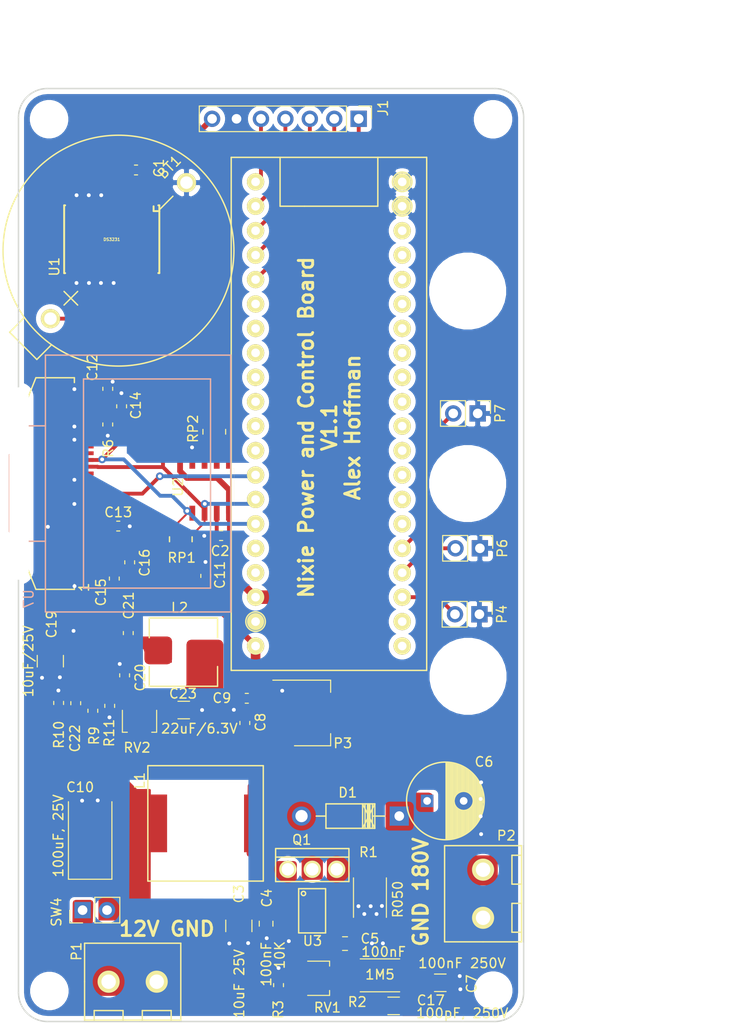
<source format=kicad_pcb>
(kicad_pcb (version 20171130) (host pcbnew 5.1.5)
  (layers (0 F.Cu signal) (31 B.Cu signal) (34 B.Paste user) (35 F.Paste user) (36 B.SilkS user) (37 F.SilkS user) (38 B.Mask user) (39 F.Mask user) (44 Edge.Cuts user))
  (net 0 "")
  (net 1 "Net-(BT1-Pad1)")
  (net 2 +5V)
  (net 3 GND)
  (net 4 "Net-(MCU1-Pad3)")
  (net 5 "Net-(MCU1-Pad4)")
  (net 6 "Net-(MCU1-Pad10)")
  (net 7 "Net-(MCU1-Pad20)")
  (net 8 "Net-(MCU1-Pad24)")
  (net 9 "Net-(MCU1-Pad25)")
  (net 10 "Net-(MCU1-Pad29)")
  (net 11 "Net-(MCU1-Pad30)")
  (net 12 "Net-(MCU1-Pad32)")
  (net 13 "Net-(MCU1-Pad33)")
  (net 14 SCL)
  (net 15 SDA)
  (net 16 "Net-(RP1-Pad6)")
  (net 17 "Net-(RP2-Pad7)")
  (net 18 "Net-(RP2-Pad8)")
  (net 19 "Net-(RP2-Pad6)")
  (net 20 "Net-(RP2-Pad5)")
  (net 21 SQW)
  (net 22 "Net-(U1-Pad4)")
  (net 23 "Net-(C5-Pad1)")
  (net 24 "Net-(D1-Pad2)")
  (net 25 "Net-(Q1-Pad2)")
  (net 26 "Net-(Q1-Pad3)")
  (net 27 "Net-(R3-Pad1)")
  (net 28 SCK)
  (net 29 MOSI)
  (net 30 BUTTON_3)
  (net 31 BUTTON_2)
  (net 32 BUTTON_1)
  (net 33 SHIFT_LATCH_CLOCK)
  (net 34 SHIFT_SERIAL_CLOCK)
  (net 35 SHIFT_SER_OUT)
  (net 36 +12V)
  (net 37 "Net-(P5-Pad1)")
  (net 38 SHIFT_CLEAR)
  (net 39 SHIFT_OUT_ENABLE)
  (net 40 SCL2)
  (net 41 SDA2)
  (net 42 "Net-(MCU1-Pad12)")
  (net 43 "Net-(MCU1-Pad13)")
  (net 44 "Net-(MCU1-Pad14)")
  (net 45 "Net-(MCU1-Pad15)")
  (net 46 "Net-(MCU1-Pad8)")
  (net 47 "Net-(RP1-Pad7)")
  (net 48 "Net-(MCU1-Pad19)")
  (net 49 +3V3)
  (net 50 "Net-(C12-Pad1)")
  (net 51 "Net-(C14-Pad1)")
  (net 52 "Net-(C15-Pad1)")
  (net 53 "Net-(C15-Pad2)")
  (net 54 "Net-(C16-Pad1)")
  (net 55 "Net-(C16-Pad2)")
  (net 56 "Net-(C20-Pad2)")
  (net 57 "Net-(C21-Pad2)")
  (net 58 "Net-(C21-Pad1)")
  (net 59 "Net-(C22-Pad2)")
  (net 60 "Net-(C22-Pad1)")
  (net 61 DISP_RESET)
  (net 62 "Net-(R6-Pad1)")
  (net 63 "Net-(R9-Pad1)")
  (net 64 "Net-(R11-Pad2)")
  (net 65 "Net-(U7-Pad7)")
  (net 66 +12P)
  (net 67 "Net-(C17-Pad1)")
  (net 68 "Net-(C17-Pad2)")
  (net 69 "Net-(MCU1-Pad7)")
  (net 70 "Net-(MCU1-Pad31)")
  (net 71 "Net-(MCU1-Pad34)")
  (net 72 "Net-(MCU1-Pad35)")
  (module keyboard:Coin_battery (layer F.Cu) (at 130.9128 66.8544 45)
    (fp_text reference BT1 (at 9.8798 -2.3968 225) (layer F.SilkS))
    (fp_text value Battery)
    (pad 1 thru_hole circle (at -10 0 45) (size 2 2) (drill 1.3) (layers *.Cu *.Mask F.SilkS) (net 1 "Net-(BT1-Pad1)"))
    (pad 2 thru_hole circle (at 10 0 45) (size 2 2) (drill 1.3) (layers *.Cu *.Mask F.SilkS) (net 3 GND))
  )
  (module ssd1306oled:SSD1306-096-INCH-OLED (layer B.Cu) (at 142.58 91.07 90)
    (fp_text reference U7 (at -12 -21 90) (layer B.SilkS) (effects (justify mirror)))
    (fp_text value SSD1306-OLED hide)
    (fp_text user 1 (at -10.795 -15.24 90) (layer F.SilkS))
    (pad 30 smd rect (at 10.149942 -16.25 90) (size 0.4 4) (layers F.Cu F.Paste F.Mask) (net 3 GND))
    (pad 29 smd rect (at 9.449944 -16.25 90) (size 0.4 4) (layers F.Cu F.Paste F.Mask) (net 3 GND))
    (pad 25 smd rect (at 6.649952 -16.25 90) (size 0.4 4) (layers F.Cu F.Paste F.Mask) (net 3 GND))
    (pad 27 smd rect (at 8.049948 -16.25 90) (size 0.4 4) (layers F.Cu F.Paste F.Mask) (net 51 "Net-(C14-Pad1)"))
    (pad 15 smd rect (at -0.350028 -16.25 90) (size 0.4 4) (layers F.Cu F.Paste F.Mask) (net 3 GND))
    (pad 19 smd rect (at 2.449964 -16.25 90) (size 0.4 4) (layers F.Cu F.Paste F.Mask) (net 15 SDA))
    (pad 13 smd rect (at -1.750024 -16.25 90) (size 0.4 4) (layers F.Cu F.Paste F.Mask) (net 3 GND))
    (pad 21 smd rect (at 3.84996 -16.25 90) (size 0.4 4) (layers F.Cu F.Paste F.Mask) (net 3 GND))
    (pad 23 smd rect (at 5.249956 -16.25 90) (size 0.4 4) (layers F.Cu F.Paste F.Mask) (net 3 GND))
    (pad 17 smd rect (at 1.049968 -16.25 90) (size 0.4 4) (layers F.Cu F.Paste F.Mask) (net 3 GND))
    (pad 28 smd rect (at 8.749946 -16.25 90) (size 0.4 4) (layers F.Cu F.Paste F.Mask) (net 50 "Net-(C12-Pad1)"))
    (pad 26 smd rect (at 7.34995 -16.25 90) (size 0.4 4) (layers F.Cu F.Paste F.Mask) (net 62 "Net-(R6-Pad1)"))
    (pad 24 smd rect (at 5.949954 -16.25 90) (size 0.4 4) (layers F.Cu F.Paste F.Mask) (net 3 GND))
    (pad 10 smd rect (at -3.850018 -16.25 90) (size 0.4 4) (layers F.Cu F.Paste F.Mask) (net 3 GND))
    (pad 2 smd rect (at -9.450002 -16.25 90) (size 0.4 4) (layers F.Cu F.Paste F.Mask) (net 52 "Net-(C15-Pad1)"))
    (pad 4 smd rect (at -8.050006 -16.25 90) (size 0.4 4) (layers F.Cu F.Paste F.Mask) (net 54 "Net-(C16-Pad1)"))
    (pad 7 smd rect (at -5.950012 -16.25 90) (size 0.4 4) (layers F.Cu F.Paste F.Mask) (net 65 "Net-(U7-Pad7)"))
    (pad 6 smd rect (at -6.65001 -16.25 90) (size 0.4 4) (layers F.Cu F.Paste F.Mask) (net 49 +3V3))
    (pad 18 smd rect (at 1.749966 -16.25 90) (size 0.4 4) (layers F.Cu F.Paste F.Mask) (net 14 SCL))
    (pad 14 smd rect (at -1.050026 -16.25 90) (size 0.4 4) (layers F.Cu F.Paste F.Mask) (net 61 DISP_RESET))
    (pad 12 smd rect (at -2.450022 -16.25 90) (size 0.4 4) (layers F.Cu F.Paste F.Mask) (net 3 GND))
    (pad 20 smd rect (at 3.149962 -16.25 90) (size 0.4 4) (layers F.Cu F.Paste F.Mask) (net 15 SDA))
    (pad 22 smd rect (at 4.549958 -16.25 90) (size 0.4 4) (layers F.Cu F.Paste F.Mask) (net 3 GND))
    (pad 16 smd rect (at 0.34997 -16.25 90) (size 0.4 4) (layers F.Cu F.Paste F.Mask) (net 3 GND))
    (pad 11 smd rect (at -3.15002 -16.25 90) (size 0.4 4) (layers F.Cu F.Paste F.Mask) (net 49 +3V3))
    (pad 9 smd rect (at -4.550016 -16.25 90) (size 0.4 4) (layers F.Cu F.Paste F.Mask) (net 49 +3V3))
    (pad 8 smd rect (at -5.250014 -16.25 90) (size 0.4 4) (layers F.Cu F.Paste F.Mask) (net 3 GND))
    (pad 5 smd rect (at -7.350008 -16.25 90) (size 0.4 4) (layers F.Cu F.Paste F.Mask) (net 55 "Net-(C16-Pad2)"))
    (pad 3 smd rect (at -8.750004 -16.25 90) (size 0.4 4) (layers F.Cu F.Paste F.Mask) (net 53 "Net-(C15-Pad2)"))
    (pad 1 smd rect (at -10.15 -16.25 90) (size 0.4 4) (layers F.Cu F.Paste F.Mask) (net 3 GND))
    (pad "" np_thru_hole oval (at 0 -22 90) (size 20 2) (drill oval 20 2) (layers *.Cu *.Mask))
  )
  (module Potentiometer_SMD:Potentiometer_Trimmer-EVM3E (layer F.Cu) (at 133.1008 115.1762 180)
    (fp_text reference RV2 (at 0.254 -3.3528 180) (layer F.SilkS))
    (fp_text value "100K(26.1K)" hide)
    (pad 2 smd rect (at 0 -1.62 180) (size 1.6 1.5) (layers F.Cu F.Paste F.Mask) (net 2 +5V))
    (pad 3 smd rect (at 1.4 1.62 180) (size 1.2 1.2) (layers F.Cu F.Paste F.Mask) (net 64 "Net-(R11-Pad2)"))
    (pad 1 smd rect (at -1.4 1.62 180) (size 1.2 1.2) (layers F.Cu F.Paste F.Mask) (net 2 +5V))
  )
  (module Connector_PinHeader_2.54mm:PinHeader_1x02_P2.54mm_Vertical (layer F.Cu) (at 127.1826 135.42 90)
    (fp_text reference SW4 (at -0.2032 -2.7178 90) (layer F.SilkS))
    (fp_text value SW_DIP_x01 hide)
    (pad 2 thru_hole oval (at 0 2.54 90) (size 1.7 1.7) (drill 1) (layers *.Cu *.Mask) (net 36 +12V))
    (pad 1 thru_hole rect (at 0 0 90) (size 1.7 1.7) (drill 1) (layers *.Cu *.Mask) (net 66 +12P))
  )
  (module Potentiometer_SMD:Potentiometer_Trimmer-EVM3E (layer F.Cu) (at 151.1094 142.5066 270)
    (fp_text reference RV1 (at 3.048 -1.524) (layer F.SilkS))
    (fp_text value 5K hide)
    (pad 2 smd rect (at 0 -1.62 270) (size 1.6 1.5) (layers F.Cu F.Paste F.Mask) (net 27 "Net-(R3-Pad1)"))
    (pad 3 smd rect (at 1.4 1.62 270) (size 1.2 1.2) (layers F.Cu F.Paste F.Mask) (net 27 "Net-(R3-Pad1)"))
    (pad 1 smd rect (at -1.4 1.62 270) (size 1.2 1.2) (layers F.Cu F.Paste F.Mask) (net 68 "Net-(C17-Pad2)"))
  )
  (module Resistor_SMD:R_0603_1608Metric (layer F.Cu) (at 130.002 114.1856 90)
    (fp_text reference R11 (at -2.8194 -0.0508 90) (layer F.SilkS))
    (fp_text value 10k hide)
    (pad 2 smd roundrect (at 0.7875 0 90) (size 0.875 0.95) (layers F.Cu F.Paste F.Mask) (net 64 "Net-(R11-Pad2)"))
    (pad 1 smd roundrect (at -0.7875 0 90) (size 0.875 0.95) (layers F.Cu F.Paste F.Mask) (net 3 GND))
  )
  (module Resistor_SMD:R_0603_1608Metric (layer F.Cu) (at 124.6934 113.8808 270)
    (fp_text reference R10 (at 3.302 -0.0254 90) (layer F.SilkS))
    (fp_text value 6.8K hide)
    (pad 2 smd roundrect (at 0.7875 0 270) (size 0.875 0.95) (layers F.Cu F.Paste F.Mask) (net 60 "Net-(C22-Pad1)"))
    (pad 1 smd roundrect (at -0.7875 0 270) (size 0.875 0.95) (layers F.Cu F.Paste F.Mask) (net 3 GND))
  )
  (module Resistor_SMD:R_0603_1608Metric (layer F.Cu) (at 128.2494 114.6936 270)
    (fp_text reference R9 (at 2.5908 -0.127 90) (layer F.SilkS))
    (fp_text value 100k hide)
    (pad 2 smd roundrect (at 0.7875 0 270) (size 0.875 0.95) (layers F.Cu F.Paste F.Mask) (net 36 +12V))
    (pad 1 smd roundrect (at -0.7875 0 270) (size 0.875 0.95) (layers F.Cu F.Paste F.Mask) (net 63 "Net-(R9-Pad1)"))
  )
  (module Resistor_SMD:R_0603_1608Metric (layer F.Cu) (at 129.8 84.93 270)
    (fp_text reference R6 (at 2.484 -0.0496 90) (layer F.SilkS))
    (fp_text value 390K)
    (pad 2 smd roundrect (at 0.7875 0 270) (size 0.875 0.95) (layers F.Cu F.Paste F.Mask) (net 3 GND))
    (pad 1 smd roundrect (at -0.7875 0 270) (size 0.875 0.95) (layers F.Cu F.Paste F.Mask) (net 62 "Net-(R6-Pad1)"))
  )
  (module Resistor_SMD:R_0603_1608Metric (layer F.Cu) (at 147.5534 143.2178 90)
    (fp_text reference R3 (at -2.54 -0.0254 90) (layer F.SilkS))
    (fp_text value 10K (at 3.1242 0.127 90) (layer F.SilkS))
    (pad 2 smd roundrect (at 0.7875 0 90) (size 0.875 0.95) (layers F.Cu F.Paste F.Mask) (net 3 GND))
    (pad 1 smd roundrect (at -0.7875 0 90) (size 0.875 0.95) (layers F.Cu F.Paste F.Mask) (net 27 "Net-(R3-Pad1)"))
  )
  (module Resistor_SMD:R_2512_6332Metric (layer F.Cu) (at 158.0944 142.2018 180)
    (fp_text reference R2 (at 2.3622 -2.7686) (layer F.SilkS))
    (fp_text value 1M5 (at 0 0.0762) (layer F.SilkS))
    (pad 2 smd roundrect (at 2.9 0 180) (size 1.35 3.35) (layers F.Cu F.Paste F.Mask) (roundrect_rratio 0.185185) (net 68 "Net-(C17-Pad2)"))
    (pad 1 smd roundrect (at -2.9 0 180) (size 1.35 3.35) (layers F.Cu F.Paste F.Mask) (roundrect_rratio 0.185) (net 67 "Net-(C17-Pad1)"))
  )
  (module Resistor_SMD:R_2512_6332Metric (layer F.Cu) (at 157.053 134.1202 270)
    (fp_text reference R1 (at -4.72 0.1524 180) (layer F.SilkS))
    (fp_text value R050 (at 0.1822 -2.8956 90) (layer F.SilkS))
    (pad 2 smd roundrect (at 2.9 0 270) (size 1.35 3.35) (layers F.Cu F.Paste F.Mask) (roundrect_rratio 0.185) (net 3 GND))
    (pad 1 smd roundrect (at -2.9 0 270) (size 1.35 3.35) (layers F.Cu F.Paste F.Mask) (roundrect_rratio 0.185) (net 26 "Net-(Q1-Pad3)"))
  )
  (module Capacitor_SMD:C_1206_3216Metric (layer F.Cu) (at 159.5168 145.3768 180)
    (fp_text reference C17 (at -3.8608 0.5842) (layer F.SilkS))
    (fp_text value "100pF, 250V" (at -7.1374 -0.762) (layer F.SilkS))
    (pad 2 smd roundrect (at 1.4 0 180) (size 1.25 1.75) (layers F.Cu F.Paste F.Mask) (roundrect_rratio 0.2) (net 68 "Net-(C17-Pad2)"))
    (pad 1 smd roundrect (at -1.4 0 180) (size 1.25 1.75) (layers F.Cu F.Paste F.Mask) (roundrect_rratio 0.2) (net 67 "Net-(C17-Pad1)"))
  )
  (module Mounting_Holes:MountingHole_3mm (layer F.Cu) (at 167.213 91.0716)
    (fp_text reference REF** hide)
    (fp_text value MountingHole_3mm hide)
    (pad "" np_thru_hole circle (at 0 0) (size 7 7) (drill 7) (layers *.Cu *.Mask))
  )
  (module Mounting_Holes:MountingHole_3mm (layer F.Cu) (at 167.213 71.0564)
    (fp_text reference REF** hide)
    (fp_text value MountingHole_3mm hide)
    (pad "" np_thru_hole circle (at 0 0) (size 7 7) (drill 7) (layers *.Cu *.Mask))
  )
  (module Mounting_Holes:MountingHole_3mm (layer F.Cu) (at 169.87 143.79)
    (fp_text reference REF** hide)
    (fp_text value MountingHole_3mm hide)
    (pad 1 np_thru_hole circle (at 0 0) (size 3 3) (drill 3) (layers *.Cu *.Mask))
  )
  (module Mounting_Holes:MountingHole_3mm (layer F.Cu) (at 123.73 143.83)
    (fp_text reference REF** hide)
    (fp_text value MountingHole_3mm hide)
    (pad 1 np_thru_hole circle (at 0 0) (size 3 3) (drill 3) (layers *.Cu *.Mask))
  )
  (module Mounting_Holes:MountingHole_3mm (layer F.Cu) (at 123.7 53.19)
    (fp_text reference REF** hide)
    (fp_text value MountingHole_3mm hide)
    (pad 1 np_thru_hole circle (at 0 0) (size 3 3) (drill 3) (layers *.Cu *.Mask))
  )
  (module Mounting_Holes:MountingHole_3mm (layer F.Cu) (at 169.85 53.2)
    (fp_text reference REF** hide)
    (fp_text value MountingHole_3mm hide)
    (pad 1 np_thru_hole circle (at 0 0) (size 3 3) (drill 3) (layers *.Cu *.Mask))
  )
  (module Mounting_Holes:MountingHole_3mm (layer F.Cu) (at 167.25 111.1122)
    (fp_text reference REF** hide)
    (fp_text value MountingHole_3mm hide)
    (pad "" np_thru_hole circle (at 0 0) (size 7 7) (drill 7) (layers *.Cu *.Mask))
  )
  (module keyboard_extended:sop-8 (layer F.Cu) (at 151.0442 135.4898)
    (fp_text reference U3 (at 0.0398 3.1306) (layer F.SilkS))
    (fp_text value MAX1771 hide)
    (pad 1 smd rect (at -2.3 -1.94) (size 1.524 0.76) (layers F.Cu F.Paste F.Mask) (net 25 "Net-(Q1-Pad2)"))
    (pad 2 smd rect (at -2.3 -0.67) (size 1.524 0.76) (layers F.Cu F.Paste F.Mask) (net 36 +12V))
    (pad 3 smd rect (at -2.3 0.6) (size 1.524 0.76) (layers F.Cu F.Paste F.Mask) (net 68 "Net-(C17-Pad2)"))
    (pad 4 smd rect (at -2.3 1.87) (size 1.524 0.76) (layers F.Cu F.Paste F.Mask) (net 3 GND))
    (pad 5 smd rect (at 2.3 1.87) (size 1.524 0.76) (layers F.Cu F.Paste F.Mask) (net 23 "Net-(C5-Pad1)"))
    (pad 6 smd rect (at 2.3 0.6) (size 1.524 0.76) (layers F.Cu F.Paste F.Mask) (net 3 GND))
    (pad 7 smd rect (at 2.3 -0.67) (size 1.524 0.76) (layers F.Cu F.Paste F.Mask) (net 3 GND))
    (pad 8 smd rect (at 2.3 -1.94) (size 1.524 0.76) (layers F.Cu F.Paste F.Mask) (net 26 "Net-(Q1-Pad3)"))
  )
  (module keyboard:CD127 (layer F.Cu) (at 133.9659 126.403)
    (fp_text reference L1 (at -0.8382 -4.445 90) (layer F.SilkS))
    (fp_text value 100uH/1.8A hide)
    (pad 1 smd rect (at 0 0) (size 4 6) (layers F.Cu F.Paste F.Mask) (net 36 +12V))
    (pad 2 smd rect (at 12 0) (size 4 6) (layers F.Cu F.Paste F.Mask) (net 24 "Net-(D1-Pad2)"))
  )
  (module Resistors_SMD:R_Array_Convex_4x0402 (layer F.Cu) (at 140.8732 85.6868 270)
    (fp_text reference RP2 (at -0.3175 2.2098 270) (layer F.SilkS))
    (fp_text value R_PACK4 hide)
    (pad 1 smd rect (at -0.5 -0.75 270) (size 0.5 0.4) (layers F.Cu F.Paste F.Mask) (net 2 +5V))
    (pad 3 smd rect (at -0.5 0.25 270) (size 0.5 0.3) (layers F.Cu F.Paste F.Mask) (net 2 +5V))
    (pad 2 smd rect (at -0.5 -0.25 270) (size 0.5 0.3) (layers F.Cu F.Paste F.Mask) (net 2 +5V))
    (pad 4 smd rect (at -0.5 0.75 270) (size 0.5 0.4) (layers F.Cu F.Paste F.Mask) (net 2 +5V))
    (pad 7 smd rect (at 0.5 -0.25 270) (size 0.5 0.3) (layers F.Cu F.Paste F.Mask) (net 17 "Net-(RP2-Pad7)"))
    (pad 8 smd rect (at 0.5 -0.75 270) (size 0.5 0.4) (layers F.Cu F.Paste F.Mask) (net 18 "Net-(RP2-Pad8)"))
    (pad 6 smd rect (at 0.5 0.25 270) (size 0.5 0.3) (layers F.Cu F.Paste F.Mask) (net 19 "Net-(RP2-Pad6)"))
    (pad 5 smd rect (at 0.5 0.75 270) (size 0.5 0.4) (layers F.Cu F.Paste F.Mask) (net 20 "Net-(RP2-Pad5)"))
  )
  (module keyboard:STM32F103C8T6 (layer F.Cu) (at 152.7858 85.1026 270)
    (fp_text reference MCU1 hide)
    (fp_text value STM32F103C8T6 hide)
    (pad 1 thru_hole circle (at -25.4 -7.62 270) (size 1.8 1.8) (drill 0.9) (layers *.Cu *.Mask F.SilkS) (net 3 GND))
    (pad 2 thru_hole circle (at -22.86 -7.62 270) (size 1.8 1.8) (drill 0.9) (layers *.Cu *.Mask F.SilkS) (net 3 GND))
    (pad 3 thru_hole circle (at -20.32 -7.62 270) (size 1.8 1.8) (drill 0.9) (layers *.Cu *.Mask F.SilkS) (net 4 "Net-(MCU1-Pad3)"))
    (pad 4 thru_hole circle (at -17.78 -7.62 270) (size 1.8 1.8) (drill 0.9) (layers *.Cu *.Mask F.SilkS) (net 5 "Net-(MCU1-Pad4)"))
    (pad 5 thru_hole circle (at -15.24 -7.62 270) (size 1.8 1.8) (drill 0.9) (layers *.Cu *.Mask F.SilkS) (net 41 SDA2))
    (pad 6 thru_hole circle (at -12.7 -7.62 270) (size 1.8 1.8) (drill 0.9) (layers *.Cu *.Mask F.SilkS) (net 40 SCL2))
    (pad 7 thru_hole circle (at -10.16 -7.62 270) (size 1.8 1.8) (drill 0.9) (layers *.Cu *.Mask F.SilkS) (net 69 "Net-(MCU1-Pad7)"))
    (pad 8 thru_hole circle (at -7.62 -7.62 270) (size 1.8 1.8) (drill 0.9) (layers *.Cu *.Mask F.SilkS) (net 46 "Net-(MCU1-Pad8)"))
    (pad 9 thru_hole circle (at -5.08 -7.62 270) (size 1.8 1.8) (drill 0.9) (layers *.Cu *.Mask F.SilkS) (net 29 MOSI))
    (pad 10 thru_hole circle (at -2.54 -7.62 270) (size 1.8 1.8) (drill 0.9) (layers *.Cu *.Mask F.SilkS) (net 6 "Net-(MCU1-Pad10)"))
    (pad 11 thru_hole circle (at 0 -7.62 270) (size 1.8 1.8) (drill 0.9) (layers *.Cu *.Mask F.SilkS) (net 28 SCK))
    (pad 12 thru_hole circle (at 2.54 -7.62 270) (size 1.8 1.8) (drill 0.9) (layers *.Cu *.Mask F.SilkS) (net 42 "Net-(MCU1-Pad12)"))
    (pad 13 thru_hole circle (at 5.08 -7.62 270) (size 1.8 1.8) (drill 0.9) (layers *.Cu *.Mask F.SilkS) (net 43 "Net-(MCU1-Pad13)"))
    (pad 14 thru_hole circle (at 7.62 -7.62 270) (size 1.8 1.8) (drill 0.9) (layers *.Cu *.Mask F.SilkS) (net 44 "Net-(MCU1-Pad14)"))
    (pad 15 thru_hole circle (at 10.16 -7.62 270) (size 1.8 1.8) (drill 0.9) (layers *.Cu *.Mask F.SilkS) (net 45 "Net-(MCU1-Pad15)"))
    (pad 16 thru_hole circle (at 12.7 -7.62 270) (size 1.8 1.8) (drill 0.9) (layers *.Cu *.Mask F.SilkS) (net 30 BUTTON_3))
    (pad 17 thru_hole circle (at 15.24 -7.62 270) (size 1.8 1.8) (drill 0.9) (layers *.Cu *.Mask F.SilkS) (net 31 BUTTON_2))
    (pad 18 thru_hole circle (at 17.78 -7.62 270) (size 1.8 1.8) (drill 0.9) (layers *.Cu *.Mask F.SilkS) (net 32 BUTTON_1))
    (pad 19 thru_hole circle (at 20.32 -7.62 270) (size 1.8 1.8) (drill 0.9) (layers *.Cu *.Mask F.SilkS) (net 48 "Net-(MCU1-Pad19)"))
    (pad 20 thru_hole circle (at 22.86 -7.62 270) (size 1.8 1.8) (drill 0.9) (layers *.Cu *.Mask F.SilkS) (net 7 "Net-(MCU1-Pad20)"))
    (pad 21 thru_hole circle (at 22.86 7.62 270) (size 1.8 1.8) (drill 0.9) (layers *.Cu *.Mask F.SilkS) (net 49 +3V3))
    (pad 22 thru_hole circle (at 20.32 7.62 270) (size 1.8 1.8) (drill 0.9) (layers *.Cu *.Mask F.SilkS) (net 3 GND))
    (pad 23 thru_hole circle (at 17.78 7.62 270) (size 1.8 1.8) (drill 0.9) (layers *.Cu *.Mask F.SilkS) (net 2 +5V))
    (pad 24 thru_hole circle (at 15.24 7.62 270) (size 1.8 1.8) (drill 0.9) (layers *.Cu *.Mask F.SilkS) (net 8 "Net-(MCU1-Pad24)"))
    (pad 25 thru_hole circle (at 12.7 7.62 270) (size 1.8 1.8) (drill 0.9) (layers *.Cu *.Mask F.SilkS) (net 9 "Net-(MCU1-Pad25)"))
    (pad 26 thru_hole circle (at 10.16 7.62 270) (size 1.8 1.8) (drill 0.9) (layers *.Cu *.Mask F.SilkS) (net 15 SDA))
    (pad 27 thru_hole circle (at 7.62 7.62 270) (size 1.8 1.8) (drill 0.9) (layers *.Cu *.Mask F.SilkS) (net 14 SCL))
    (pad 28 thru_hole circle (at 5.08 7.62 270) (size 1.8 1.8) (drill 0.9) (layers *.Cu *.Mask F.SilkS) (net 61 DISP_RESET))
    (pad 29 thru_hole circle (at 2.54 7.62 270) (size 1.8 1.8) (drill 0.9) (layers *.Cu *.Mask F.SilkS) (net 10 "Net-(MCU1-Pad29)"))
    (pad 30 thru_hole circle (at 0 7.62 270) (size 1.8 1.8) (drill 0.9) (layers *.Cu *.Mask F.SilkS) (net 11 "Net-(MCU1-Pad30)"))
    (pad 31 thru_hole circle (at -2.54 7.62 270) (size 1.8 1.8) (drill 0.9) (layers *.Cu *.Mask F.SilkS) (net 70 "Net-(MCU1-Pad31)"))
    (pad 32 thru_hole circle (at -5.08 7.62 270) (size 1.8 1.8) (drill 0.9) (layers *.Cu *.Mask F.SilkS) (net 12 "Net-(MCU1-Pad32)"))
    (pad 33 thru_hole circle (at -7.62 7.62 270) (size 1.8 1.8) (drill 0.9) (layers *.Cu *.Mask F.SilkS) (net 13 "Net-(MCU1-Pad33)"))
    (pad 34 thru_hole circle (at -10.16 7.62 270) (size 1.8 1.8) (drill 0.9) (layers *.Cu *.Mask F.SilkS) (net 71 "Net-(MCU1-Pad34)"))
    (pad 35 thru_hole circle (at -12.7 7.62 270) (size 1.8 1.8) (drill 0.9) (layers *.Cu *.Mask F.SilkS) (net 72 "Net-(MCU1-Pad35)"))
    (pad 36 thru_hole circle (at -15.24 7.62 270) (size 1.8 1.8) (drill 0.9) (layers *.Cu *.Mask F.SilkS) (net 38 SHIFT_CLEAR))
    (pad 37 thru_hole circle (at -17.78 7.62 270) (size 1.8 1.8) (drill 0.9) (layers *.Cu *.Mask F.SilkS) (net 39 SHIFT_OUT_ENABLE))
    (pad 38 thru_hole circle (at -20.32 7.62 270) (size 1.8 1.8) (drill 0.9) (layers *.Cu *.Mask F.SilkS) (net 33 SHIFT_LATCH_CLOCK))
    (pad 39 thru_hole circle (at -22.86 7.62 270) (size 1.8 1.8) (drill 0.9) (layers *.Cu *.Mask F.SilkS) (net 34 SHIFT_SERIAL_CLOCK))
    (pad 40 thru_hole circle (at -25.4 7.62 270) (size 1.8 1.8) (drill 0.9) (layers *.Cu *.Mask F.SilkS) (net 35 SHIFT_SER_OUT))
  )
  (module keyboard:DS3231 (layer F.Cu) (at 130.4142 66.0928 180)
    (fp_text reference U1 (at 6.16 -2.434 270) (layer F.SilkS))
    (fp_text value DS3231 (at 0.2 0.4 180) (layer F.SilkS) (effects (font (size 0.29972 0.29972) (thickness 0.07112))))
    (pad 16 smd rect (at -4.4 -4.125 180) (size 0.59944 1.625) (layers F.Cu F.Paste F.Mask) (net 14 SCL))
    (pad 15 smd rect (at -3.13 -4.125 180) (size 0.59944 1.625) (layers F.Cu F.Paste F.Mask) (net 15 SDA))
    (pad 14 smd rect (at -1.86 -4.125 180) (size 0.59944 1.625) (layers F.Cu F.Paste F.Mask) (net 1 "Net-(BT1-Pad1)"))
    (pad 13 smd rect (at -0.59 -4.125 180) (size 0.59944 1.625) (layers F.Cu F.Paste F.Mask) (net 3 GND))
    (pad 12 smd rect (at 0.68 -4.125 180) (size 0.59944 1.625) (layers F.Cu F.Paste F.Mask) (net 3 GND))
    (pad 11 smd rect (at 1.95 -4.125 180) (size 0.59944 1.625) (layers F.Cu F.Paste F.Mask) (net 3 GND))
    (pad 10 smd rect (at 3.22 -4.125 180) (size 0.59944 1.625) (layers F.Cu F.Paste F.Mask) (net 3 GND))
    (pad 9 smd rect (at 4.49 -4.125 180) (size 0.59944 1.625) (layers F.Cu F.Paste F.Mask) (net 3 GND))
    (pad 8 smd rect (at 4.49 5 180) (size 0.59944 1.625) (layers F.Cu F.Paste F.Mask) (net 3 GND))
    (pad 7 smd rect (at 3.22 5 180) (size 0.59944 1.625) (layers F.Cu F.Paste F.Mask) (net 3 GND))
    (pad 6 smd rect (at 1.95 5 180) (size 0.59944 1.625) (layers F.Cu F.Paste F.Mask) (net 3 GND))
    (pad 5 smd rect (at 0.68 5 180) (size 0.59944 1.625) (layers F.Cu F.Paste F.Mask) (net 3 GND))
    (pad 4 smd rect (at -0.59 5 180) (size 0.59944 1.625) (layers F.Cu F.Paste F.Mask) (net 22 "Net-(U1-Pad4)"))
    (pad 3 smd rect (at -1.86 5 180) (size 0.59944 1.625) (layers F.Cu F.Paste F.Mask) (net 21 SQW))
    (pad 2 smd rect (at -3.13 5 180) (size 0.59944 1.625) (layers F.Cu F.Paste F.Mask) (net 2 +5V))
    (pad 1 smd rect (at -4.4 5 180) (size 0.59944 1.625) (layers F.Cu F.Paste F.Mask) (net 37 "Net-(P5-Pad1)"))
  )
  (module Resistors_SMD:R_Array_Convex_4x0402 (layer F.Cu) (at 137.3934 96.8628 90)
    (fp_text reference RP1 (at -1.92 0.09 180) (layer F.SilkS))
    (fp_text value R_PACK4 hide)
    (pad 1 smd rect (at -0.5 -0.75 90) (size 0.5 0.4) (layers F.Cu F.Paste F.Mask) (net 2 +5V))
    (pad 3 smd rect (at -0.5 0.25 90) (size 0.5 0.3) (layers F.Cu F.Paste F.Mask) (net 2 +5V))
    (pad 2 smd rect (at -0.5 -0.25 90) (size 0.5 0.3) (layers F.Cu F.Paste F.Mask) (net 2 +5V))
    (pad 4 smd rect (at -0.5 0.75 90) (size 0.5 0.4) (layers F.Cu F.Paste F.Mask) (net 2 +5V))
    (pad 7 smd rect (at 0.5 -0.25 90) (size 0.5 0.3) (layers F.Cu F.Paste F.Mask) (net 47 "Net-(RP1-Pad7)"))
    (pad 8 smd rect (at 0.5 -0.75 90) (size 0.5 0.4) (layers F.Cu F.Paste F.Mask) (net 15 SDA))
    (pad 6 smd rect (at 0.5 0.25 90) (size 0.5 0.3) (layers F.Cu F.Paste F.Mask) (net 16 "Net-(RP1-Pad6)"))
    (pad 5 smd rect (at 0.5 0.75 90) (size 0.5 0.4) (layers F.Cu F.Paste F.Mask) (net 14 SCL))
  )
  (module SMD_Packages:SOIC8 (layer F.Cu) (at 140.4922 91.4526 180)
    (fp_text reference U2 (at 3.38 0.01 270) (layer F.SilkS))
    (fp_text value AT24C02 hide)
    (pad 1 smd rect (at -1.90246 2.69748) (size 0.59944 1.5494) (layers F.Cu F.Paste F.Mask) (net 18 "Net-(RP2-Pad8)"))
    (pad 2 smd rect (at -0.63246 2.69748) (size 0.59944 1.5494) (layers F.Cu F.Paste F.Mask) (net 17 "Net-(RP2-Pad7)"))
    (pad 3 smd rect (at 0.63246 2.69748) (size 0.59944 1.5494) (layers F.Cu F.Paste F.Mask) (net 19 "Net-(RP2-Pad6)"))
    (pad 4 smd rect (at 1.90246 2.69748) (size 0.59944 1.5494) (layers F.Cu F.Paste F.Mask) (net 3 GND))
    (pad 5 smd rect (at 1.90246 -2.69748 180) (size 0.59944 1.5494) (layers F.Cu F.Paste F.Mask) (net 15 SDA))
    (pad 6 smd rect (at 0.63246 -2.69748 180) (size 0.59944 1.5494) (layers F.Cu F.Paste F.Mask) (net 14 SCL))
    (pad 7 smd rect (at -0.63246 -2.69748 180) (size 0.59944 1.5494) (layers F.Cu F.Paste F.Mask) (net 3 GND))
    (pad 8 smd rect (at -1.90246 -2.69748 180) (size 0.59944 1.5494) (layers F.Cu F.Paste F.Mask) (net 2 +5V))
  )
  (module Capacitors_THT:C_Radial_D8_L13_P3.8 (layer F.Cu) (at 162.9966 124.0662)
    (fp_text reference C6 (at 5.9182 -4.064 180) (layer F.SilkS))
    (fp_text value 4.7uF/250V hide)
    (pad 1 thru_hole rect (at 0 0) (size 1.3 1.3) (drill 0.8) (layers *.Cu *.Mask) (net 67 "Net-(C17-Pad1)"))
    (pad 2 thru_hole circle (at 3.8 0) (size 1.3 1.3) (drill 0.8) (layers *.Cu *.Mask) (net 3 GND))
  )
  (module Diodes_THT:Diode_DO-41_SOD81_Horizontal_RM10 (layer F.Cu) (at 160.101 125.641 180)
    (fp_text reference D1 (at 5.3594 2.4384 180) (layer F.SilkS))
    (fp_text value MUR160 hide)
    (pad 2 thru_hole circle (at 10.16 -0.00254) (size 1.99898 1.99898) (drill 1.27) (layers *.Cu *.Mask) (net 24 "Net-(D1-Pad2)"))
    (pad 1 thru_hole rect (at 0 -0.00254) (size 1.99898 1.99898) (drill 1.00076) (layers *.Cu *.Mask) (net 67 "Net-(C17-Pad1)"))
  )
  (module keyboard:Power_connectors_5mm (layer F.Cu) (at 132.3896 142.8622)
    (fp_text reference P1 (at -5.842 -3.1496 270) (layer F.SilkS))
    (fp_text value CONN_01X02 hide)
    (pad 1 thru_hole circle (at -2.5 0) (size 2.3 2.3) (drill 1.5) (layers *.Cu *.Mask F.SilkS) (net 66 +12P))
    (pad 2 thru_hole circle (at 2.5 0) (size 2.3 2.3) (drill 1.5) (layers *.Cu *.Mask F.SilkS) (net 3 GND))
  )
  (module keyboard:Power_connectors_5mm (layer F.Cu) (at 168.8132 133.7182 90)
    (fp_text reference P2 (at 6.0452 2.413) (layer F.SilkS))
    (fp_text value CONN_01X02 hide)
    (pad 1 thru_hole circle (at -2.5 0 90) (size 2.3 2.3) (drill 1.5) (layers *.Cu *.Mask F.SilkS) (net 3 GND))
    (pad 2 thru_hole circle (at 2.5 0 90) (size 2.3 2.3) (drill 1.5) (layers *.Cu *.Mask F.SilkS) (net 67 "Net-(C17-Pad1)"))
  )
  (module keyboard:SOT-223 (layer F.Cu) (at 151.0586 114.9222)
    (fp_text reference P3 (at 3.175 3.1496) (layer F.SilkS))
    (fp_text value AMS1117 hide)
    (pad 4 smd rect (at 3.15 0) (size 2 3.8) (layers F.Cu F.Paste F.Mask) (net 49 +3V3))
    (pad 2 smd rect (at -3.15 0) (size 2 1.5) (layers F.Cu F.Paste F.Mask) (net 49 +3V3))
    (pad 3 smd rect (at -3.15 2.3) (size 2 1.5) (layers F.Cu F.Paste F.Mask) (net 2 +5V))
    (pad 1 smd rect (at -3.15 -2.3) (size 2 1.5) (layers F.Cu F.Paste F.Mask) (net 3 GND))
  )
  (module keyboard:TO-220 (layer F.Cu) (at 151.0586 131.1782)
    (fp_text reference Q1 (at -1.0922 -3.0734 180) (layer F.SilkS))
    (fp_text value IRF644 hide)
    (pad 2 thru_hole circle (at -2.54 0) (size 1.8 1.8) (drill 1.3) (layers *.Cu *.Mask F.SilkS) (net 25 "Net-(Q1-Pad2)"))
    (pad 1 thru_hole circle (at 0 0) (size 1.8 1.8) (drill 1.3) (layers *.Cu *.Mask F.SilkS) (net 24 "Net-(D1-Pad2)"))
    (pad 3 thru_hole circle (at 2.54 0) (size 1.8 1.8) (drill 1.3) (layers *.Cu *.Mask F.SilkS) (net 26 "Net-(Q1-Pad3)"))
  )
  (module Inductors:Inductor_Wurth_HCI-7030 (layer F.Cu) (at 137.6634 108.5956)
    (fp_text reference L2 (at -0.397 -4.6208 180) (layer F.SilkS))
    (fp_text value 10uH hide)
    (pad 1 smd rect (at -2.55 0) (size 2.7 2.2) (layers F.Cu F.Paste F.Mask) (net 58 "Net-(C21-Pad1)"))
    (pad 2 smd rect (at 2.55 0) (size 2.7 2.2) (layers F.Cu F.Paste F.Mask) (net 2 +5V))
  )
  (module kicad-libraries:SOIC8 (layer F.Cu) (at 128.1732 108.4706 180)
    (fp_text reference U8)
    (fp_text value MP2307)
    (pad 1 smd rect (at -1.90246 2.69748) (size 0.59944 1.5494) (layers F.Cu F.Paste F.Mask) (net 57 "Net-(C21-Pad2)"))
    (pad 2 smd rect (at -0.63246 2.69748) (size 0.59944 1.5494) (layers F.Cu F.Paste F.Mask) (net 36 +12V))
    (pad 3 smd rect (at 0.63246 2.69748) (size 0.59944 1.5494) (layers F.Cu F.Paste F.Mask) (net 58 "Net-(C21-Pad1)"))
    (pad 4 smd rect (at 1.90246 2.69748) (size 0.59944 1.5494) (layers F.Cu F.Paste F.Mask) (net 3 GND))
    (pad 5 smd rect (at 1.90246 -2.69748 180) (size 0.59944 1.5494) (layers F.Cu F.Paste F.Mask) (net 64 "Net-(R11-Pad2)"))
    (pad 6 smd rect (at 0.63246 -2.69748 180) (size 0.59944 1.5494) (layers F.Cu F.Paste F.Mask) (net 59 "Net-(C22-Pad2)"))
    (pad 7 smd rect (at -0.63246 -2.69748 180) (size 0.59944 1.5494) (layers F.Cu F.Paste F.Mask) (net 63 "Net-(R9-Pad1)"))
    (pad 8 smd rect (at -1.90246 -2.69748 180) (size 0.59944 1.5494) (layers F.Cu F.Paste F.Mask) (net 56 "Net-(C20-Pad2)"))
  )
  (module Pin_Headers:Pin_Header_Straight_1x07_Pitch2.54mm (layer F.Cu) (at 155.8846 53.1494 270)
    (fp_text reference J1 (at -1.12 -2.53 270) (layer F.SilkS))
    (fp_text value Conn_01x07 hide)
    (pad 1 thru_hole rect (at 0 0 270) (size 1.7 1.7) (drill 1) (layers *.Cu *.Mask) (net 38 SHIFT_CLEAR))
    (pad 2 thru_hole oval (at 0 2.54 270) (size 1.7 1.7) (drill 1) (layers *.Cu *.Mask) (net 39 SHIFT_OUT_ENABLE))
    (pad 3 thru_hole oval (at 0 5.08 270) (size 1.7 1.7) (drill 1) (layers *.Cu *.Mask) (net 33 SHIFT_LATCH_CLOCK))
    (pad 4 thru_hole oval (at 0 7.62 270) (size 1.7 1.7) (drill 1) (layers *.Cu *.Mask) (net 34 SHIFT_SERIAL_CLOCK))
    (pad 5 thru_hole oval (at 0 10.16 270) (size 1.7 1.7) (drill 1) (layers *.Cu *.Mask) (net 35 SHIFT_SER_OUT))
    (pad 6 thru_hole oval (at 0 12.7 270) (size 1.7 1.7) (drill 1) (layers *.Cu *.Mask) (net 3 GND))
    (pad 7 thru_hole oval (at 0 15.24 270) (size 1.7 1.7) (drill 1) (layers *.Cu *.Mask) (net 2 +5V))
  )
  (module Connector_PinHeader_2.54mm:PinHeader_1x02_P2.54mm_Vertical (layer F.Cu) (at 168.4322 104.6606 270)
    (fp_text reference P4 (at 0 -2.33 90) (layer F.SilkS))
    (fp_text value CONN_01X02 hide)
    (pad 1 thru_hole rect (at 0 0 270) (size 1.7 1.7) (drill 1) (layers *.Cu *.Mask) (net 3 GND))
    (pad 2 thru_hole oval (at 0 2.54 270) (size 1.7 1.7) (drill 1) (layers *.Cu *.Mask) (net 32 BUTTON_1))
  )
  (module Connector_PinHeader_2.54mm:PinHeader_1x02_P2.54mm_Vertical (layer F.Cu) (at 168.483 97.8026 270)
    (fp_text reference P6 (at 0 -2.33 90) (layer F.SilkS))
    (fp_text value CONN_01X02 hide)
    (pad 2 thru_hole oval (at 0 2.54 270) (size 1.7 1.7) (drill 1) (layers *.Cu *.Mask) (net 31 BUTTON_2))
    (pad 1 thru_hole rect (at 0 0 270) (size 1.7 1.7) (drill 1) (layers *.Cu *.Mask) (net 3 GND))
  )
  (module Connector_PinHeader_2.54mm:PinHeader_1x02_P2.54mm_Vertical (layer F.Cu) (at 168.2544 83.7818 270)
    (fp_text reference P7 (at 0 -2.33 90) (layer F.SilkS))
    (fp_text value CONN_01X02 hide)
    (pad 1 thru_hole rect (at 0 0 270) (size 1.7 1.7) (drill 1) (layers *.Cu *.Mask) (net 3 GND))
    (pad 2 thru_hole oval (at 0 2.54 270) (size 1.7 1.7) (drill 1) (layers *.Cu *.Mask) (net 30 BUTTON_3))
  )
  (module Capacitor_SMD:C_0603_1608Metric (layer F.Cu) (at 132.7378 58.4684 180)
    (fp_text reference C1 (at -2.3876 0.2032 90) (layer F.SilkS))
    (fp_text value 1uF)
    (pad 1 smd roundrect (at -0.7875 0 180) (size 0.875 0.95) (layers F.Cu F.Paste F.Mask) (net 2 +5V))
    (pad 2 smd roundrect (at 0.7875 0 180) (size 0.875 0.95) (layers F.Cu F.Paste F.Mask) (net 3 GND))
  )
  (module Capacitor_SMD:C_0603_1608Metric (layer F.Cu) (at 141.5844 96.4818)
    (fp_text reference C2 (at -0.1016 1.6002) (layer F.SilkS))
    (fp_text value 0.1uF hide)
    (pad 1 smd roundrect (at -0.7875 0) (size 0.875 0.95) (layers F.Cu F.Paste F.Mask) (net 3 GND))
    (pad 2 smd roundrect (at 0.7875 0) (size 0.875 0.95) (layers F.Cu F.Paste F.Mask) (net 2 +5V))
  )
  (module Capacitor_SMD:C_1210_3225Metric (layer F.Cu) (at 143.4259 137.0583 270)
    (fp_text reference C3 (at -3.3274 0 90) (layer F.SilkS))
    (fp_text value "10uF 25V" (at 6.0198 -0.0508 90) (layer F.SilkS))
    (pad 1 smd roundrect (at -1.4 0 270) (size 1.25 2.65) (layers F.Cu F.Paste F.Mask) (roundrect_rratio 0.2) (net 36 +12V))
    (pad 2 smd roundrect (at 1.4 0 270) (size 1.25 2.65) (layers F.Cu F.Paste F.Mask) (roundrect_rratio 0.2) (net 3 GND))
  )
  (module Capacitor_SMD:C_0805_2012Metric (layer F.Cu) (at 146.258 136.8297 270)
    (fp_text reference C4 (at -2.667 -0.0762 90) (layer F.SilkS))
    (fp_text value 100nF (at 4.2164 -0.0254 90) (layer F.SilkS))
    (pad 1 smd roundrect (at -0.9375 0 270) (size 0.975 1.4) (layers F.Cu F.Paste F.Mask) (net 36 +12V))
    (pad 2 smd roundrect (at 0.9375 0 270) (size 0.975 1.4) (layers F.Cu F.Paste F.Mask) (net 3 GND))
  )
  (module Capacitor_SMD:C_0805_2012Metric (layer F.Cu) (at 154.4622 138.8998)
    (fp_text reference C5 (at 2.5908 -0.508) (layer F.SilkS))
    (fp_text value 100nF (at 4.0132 0.8636) (layer F.SilkS))
    (pad 2 smd roundrect (at 0.9375 0) (size 0.975 1.4) (layers F.Cu F.Paste F.Mask) (net 3 GND))
    (pad 1 smd roundrect (at -0.9375 0) (size 0.975 1.4) (layers F.Cu F.Paste F.Mask) (net 23 "Net-(C5-Pad1)"))
  )
  (module Capacitor_SMD:C_1206_3216Metric (layer F.Cu) (at 164.3652 142.9765)
    (fp_text reference C7 (at 3.2542 0.1016 90) (layer F.SilkS))
    (fp_text value "100nF 250V" (at 2.2636 -2.032 180) (layer F.SilkS))
    (pad 2 smd roundrect (at 1.4 0) (size 1.25 1.75) (layers F.Cu F.Paste F.Mask) (roundrect_rratio 0.2) (net 3 GND))
    (pad 1 smd roundrect (at -1.4 0) (size 1.25 1.75) (layers F.Cu F.Paste F.Mask) (roundrect_rratio 0.2) (net 67 "Net-(C17-Pad1)"))
  )
  (module Capacitor_SMD:C_0603_1608Metric (layer F.Cu) (at 144.0482 115.9636 90)
    (fp_text reference C8 (at 0.0762 1.6256 90) (layer F.SilkS))
    (fp_text value 10uF hide)
    (pad 2 smd roundrect (at 0.7875 0 90) (size 0.875 0.95) (layers F.Cu F.Paste F.Mask) (net 3 GND))
    (pad 1 smd roundrect (at -0.7875 0 90) (size 0.875 0.95) (layers F.Cu F.Paste F.Mask) (net 2 +5V))
  )
  (module Capacitor_SMD:C_0603_1608Metric (layer F.Cu) (at 144.2514 113.3982 180)
    (fp_text reference C9 (at 2.5908 0.0254 180) (layer F.SilkS))
    (fp_text value 10uF hide)
    (pad 1 smd roundrect (at -0.7875 0 180) (size 0.875 0.95) (layers F.Cu F.Paste F.Mask) (net 49 +3V3))
    (pad 2 smd roundrect (at 0.7875 0 180) (size 0.875 0.95) (layers F.Cu F.Paste F.Mask) (net 3 GND))
  )
  (module Capacitor_Tantalum_SMD:CP_EIA-7343-15_Kemet-W (layer F.Cu) (at 127.97 127.8 90)
    (fp_text reference C10 (at 5.1562 -1.0414 180) (layer F.SilkS))
    (fp_text value "100uF, 25V" (at 0.1016 -3.302 90) (layer F.SilkS))
    (pad 1 smd roundrect (at -3.1125 0 90) (size 2.075 2.55) (layers F.Cu F.Paste F.Mask) (roundrect_rratio 0.12) (net 36 +12V))
    (pad 2 smd roundrect (at 3.1125 0 90) (size 2.075 2.55) (layers F.Cu F.Paste F.Mask) (roundrect_rratio 0.120482) (net 3 GND))
  )
  (module Capacitor_SMD:C_0603_1608Metric (layer F.Cu) (at 139.9842 100.6728 90)
    (fp_text reference C11 (at 0.1016 1.4732 90) (layer F.SilkS))
    (fp_text value 1uF hide)
    (pad 1 smd roundrect (at -0.7875 0 90) (size 0.875 0.95) (layers F.Cu F.Paste F.Mask) (net 49 +3V3))
    (pad 2 smd roundrect (at 0.7875 0 90) (size 0.875 0.95) (layers F.Cu F.Paste F.Mask) (net 3 GND))
  )
  (module Capacitor_SMD:C_0603_1608Metric (layer F.Cu) (at 129.8 81.22 90)
    (fp_text reference C12 (at 2.2388 -1.6014 90) (layer F.SilkS))
    (fp_text value 10uF)
    (pad 2 smd roundrect (at 0.7875 0 90) (size 0.875 0.95) (layers F.Cu F.Paste F.Mask) (net 3 GND))
    (pad 1 smd roundrect (at -0.7875 0 90) (size 0.875 0.95) (layers F.Cu F.Paste F.Mask) (net 50 "Net-(C12-Pad1)"))
  )
  (module Capacitor_SMD:C_0603_1608Metric (layer F.Cu) (at 130.891 95.4912)
    (fp_text reference C13 (at 0 -1.43) (layer F.SilkS))
    (fp_text value 1uF)
    (pad 1 smd roundrect (at -0.7875 0) (size 0.875 0.95) (layers F.Cu F.Paste F.Mask) (net 49 +3V3))
    (pad 2 smd roundrect (at 0.7875 0) (size 0.875 0.95) (layers F.Cu F.Paste F.Mask) (net 3 GND))
  )
  (module Capacitor_SMD:C_0603_1608Metric (layer F.Cu) (at 131.24 83.04 90)
    (fp_text reference C14 (at 0.0964 1.4798 90) (layer F.SilkS))
    (fp_text value 2.2uF/16V hide)
    (pad 2 smd roundrect (at 0.7875 0 90) (size 0.875 0.95) (layers F.Cu F.Paste F.Mask) (net 3 GND))
    (pad 1 smd roundrect (at -0.7875 0 90) (size 0.875 0.95) (layers F.Cu F.Paste F.Mask) (net 51 "Net-(C14-Pad1)"))
  )
  (module Capacitor_SMD:C_0603_1608Metric (layer F.Cu) (at 130.48 100.95 90)
    (fp_text reference C15 (at -1.4246 -1.3924 90) (layer F.SilkS))
    (fp_text value 1uF hide)
    (pad 2 smd roundrect (at 0.7875 0 90) (size 0.875 0.95) (layers F.Cu F.Paste F.Mask) (net 53 "Net-(C15-Pad2)"))
    (pad 1 smd roundrect (at -0.7875 0 90) (size 0.875 0.95) (layers F.Cu F.Paste F.Mask) (net 52 "Net-(C15-Pad1)"))
  )
  (module Capacitor_SMD:C_0603_1608Metric (layer F.Cu) (at 132.08 99.26 90)
    (fp_text reference C16 (at -0.0412 1.5542 90) (layer F.SilkS))
    (fp_text value 1uF hide)
    (pad 1 smd roundrect (at -0.7875 0 90) (size 0.875 0.95) (layers F.Cu F.Paste F.Mask) (net 54 "Net-(C16-Pad1)"))
    (pad 2 smd roundrect (at 0.7875 0 90) (size 0.875 0.95) (layers F.Cu F.Paste F.Mask) (net 55 "Net-(C16-Pad2)"))
  )
  (module Capacitor_SMD:C_1210_3225Metric (layer F.Cu) (at 123.8298 109.5374 270)
    (fp_text reference C19 (at -3.8354 -0.127 90) (layer F.SilkS))
    (fp_text value 10uF/25V (at 0 2.28 90) (layer F.SilkS))
    (pad 2 smd roundrect (at 1.4 0 270) (size 1.25 2.65) (layers F.Cu F.Paste F.Mask) (roundrect_rratio 0.2) (net 3 GND))
    (pad 1 smd roundrect (at -1.4 0 270) (size 1.25 2.65) (layers F.Cu F.Paste F.Mask) (roundrect_rratio 0.2) (net 36 +12V))
  )
  (module Capacitor_SMD:C_0603_1608Metric (layer F.Cu) (at 131.5514 111.0106 270)
    (fp_text reference C20 (at 0.2286 -1.6256 90) (layer F.SilkS))
    (fp_text value 0.1uF hide)
    (pad 2 smd roundrect (at 0.7875 0 270) (size 0.875 0.95) (layers F.Cu F.Paste F.Mask) (net 56 "Net-(C20-Pad2)"))
    (pad 1 smd roundrect (at -0.7875 0 270) (size 0.875 0.95) (layers F.Cu F.Paste F.Mask) (net 3 GND))
  )
  (module Capacitor_SMD:C_0603_1608Metric (layer F.Cu) (at 131.9324 106.6164 90)
    (fp_text reference C21 (at 2.8702 0.0508 90) (layer F.SilkS))
    (fp_text value 10nF hide)
    (pad 2 smd roundrect (at 0.7875 0 90) (size 0.875 0.95) (layers F.Cu F.Paste F.Mask) (net 57 "Net-(C21-Pad2)"))
    (pad 1 smd roundrect (at -0.7875 0 90) (size 0.875 0.95) (layers F.Cu F.Paste F.Mask) (net 58 "Net-(C21-Pad1)"))
  )
  (module Capacitor_SMD:C_0603_1608Metric (layer F.Cu) (at 126.4714 113.9062 90)
    (fp_text reference C22 (at -3.6576 -0.0762 90) (layer F.SilkS))
    (fp_text value 3.9nF hide)
    (pad 1 smd roundrect (at -0.7875 0 90) (size 0.875 0.95) (layers F.Cu F.Paste F.Mask) (net 60 "Net-(C22-Pad1)"))
    (pad 2 smd roundrect (at 0.7875 0 90) (size 0.875 0.95) (layers F.Cu F.Paste F.Mask) (net 59 "Net-(C22-Pad2)"))
  )
  (module Capacitor_SMD:C_1206_3216Metric (layer F.Cu) (at 137.6982 114.6174 180)
    (fp_text reference C23 (at 0.0762 1.7018) (layer F.SilkS))
    (fp_text value 22uF/6.3V (at -1.6256 -1.9304) (layer F.SilkS))
    (pad 1 smd roundrect (at -1.4 0 180) (size 1.25 1.75) (layers F.Cu F.Paste F.Mask) (roundrect_rratio 0.2) (net 3 GND))
    (pad 2 smd roundrect (at 1.4 0 180) (size 1.25 1.75) (layers F.Cu F.Paste F.Mask) (roundrect_rratio 0.2) (net 2 +5V))
  )
  (gr_text "Nixie Power and Control Board\nV1.1\nAlex Hoffman" (at 152.8366 85.2296 90) (layer F.SilkS) (effects (font (size 1.5 1.5) (thickness 0.3))))
  (gr_text "GND 180V" (at 162.3362 133.5404 90) (layer F.SilkS) (effects (font (size 1.5 1.5) (thickness 0.3))))
  (gr_text "12V GND" (at 135.9456 137.3758) (layer F.SilkS) (effects (font (size 1.5 1.5) (thickness 0.3))))
  (gr_arc (start 170.03 53) (end 170.03 50) (angle 90) (layer Edge.Cuts) (width 0.15))
  (gr_arc (start 170.03 144) (end 173.03 144) (angle 90) (layer Edge.Cuts) (width 0.15))
  (gr_arc (start 123.52 144) (end 123.52 147) (angle 90) (layer Edge.Cuts) (width 0.15))
  (gr_arc (start 123.52 53) (end 120.52 53) (angle 90) (layer Edge.Cuts) (width 0.15))
  (gr_line (start 123.52 50) (end 170.03 50) (layer Edge.Cuts) (width 0.15))
  (gr_line (start 120.52 144) (end 120.52 53) (layer Edge.Cuts) (width 0.15))
  (gr_line (start 173.03 144) (end 173.03 53) (layer Edge.Cuts) (width 0.15))
  (gr_line (start 123.52 147) (end 170.03 147) (layer Edge.Cuts) (width 0.15))
  (segment (start 129.739032 73.965468) (end 132.2742 71.4303) (width 0.4) (layer F.Cu) (net 1))
  (segment (start 125.901732 73.965468) (end 129.739032 73.965468) (width 0.4) (layer F.Cu) (net 1))
  (segment (start 132.2742 71.4303) (end 132.2742 70.2178) (width 0.4) (layer F.Cu) (net 1))
  (segment (start 129.779032 73.925468) (end 132.2742 71.4303) (width 0.4) (layer F.Cu) (net 1))
  (segment (start 123.841732 73.925468) (end 129.779032 73.925468) (width 0.4) (layer F.Cu) (net 1))
  (segment (start 142.39466 96.45904) (end 142.3719 96.4818) (width 0.4) (layer F.Cu) (net 2))
  (segment (start 142.39466 94.15008) (end 142.39466 96.45904) (width 0.4) (layer F.Cu) (net 2))
  (segment (start 136.6434 97.3628) (end 138.1434 97.3628) (width 0.2) (layer F.Cu) (net 2))
  (segment (start 142.3719 96.9568) (end 142.3719 96.4818) (width 0.2) (layer F.Cu) (net 2))
  (segment (start 141.9659 97.3628) (end 142.3719 96.9568) (width 0.2) (layer F.Cu) (net 2))
  (segment (start 138.1434 97.3628) (end 141.9659 97.3628) (width 0.2) (layer F.Cu) (net 2))
  (segment (start 142.3719 100.0887) (end 145.1658 102.8826) (width 0.8) (layer F.Cu) (net 2))
  (segment (start 142.3719 96.4818) (end 142.3719 100.0887) (width 0.8) (layer F.Cu) (net 2))
  (segment (start 133.5253 61.0739) (end 133.5442 61.0928) (width 0.6) (layer F.Cu) (net 2))
  (segment (start 133.5253 58.4684) (end 133.5253 61.0739) (width 0.6) (layer F.Cu) (net 2))
  (segment (start 140.1232 85.1868) (end 141.6232 85.1868) (width 0.6) (layer F.Cu) (net 2))
  (segment (start 145.5099 117.2222) (end 145.0642 116.7765) (width 1) (layer F.Cu) (net 2))
  (segment (start 147.9086 117.2222) (end 145.5099 117.2222) (width 1) (layer F.Cu) (net 2))
  (segment (start 145.0642 116.7765) (end 136.2503 116.7765) (width 1.2) (layer F.Cu) (net 2))
  (segment (start 150.3086 117.2222) (end 147.9086 117.2222) (width 1.4) (layer F.Cu) (net 2))
  (segment (start 151.1582 118.0718) (end 150.3086 117.2222) (width 1.4) (layer F.Cu) (net 2))
  (segment (start 147.1724 102.8826) (end 157.815 113.5252) (width 1.4) (layer F.Cu) (net 2))
  (segment (start 145.1658 102.8826) (end 147.1724 102.8826) (width 1.4) (layer F.Cu) (net 2))
  (segment (start 157.815 113.5252) (end 157.815 116.6494) (width 1.4) (layer F.Cu) (net 2))
  (segment (start 157.815 116.6494) (end 156.3926 118.0718) (width 1.4) (layer F.Cu) (net 2))
  (segment (start 156.3926 118.0718) (end 151.1582 118.0718) (width 1.4) (layer F.Cu) (net 2))
  (segment (start 133.5442 62.5053) (end 135.8232 64.7843) (width 0.6) (layer F.Cu) (net 2))
  (segment (start 142.39466 91.70406) (end 142.39466 94.15008) (width 0.6) (layer F.Cu) (net 2))
  (segment (start 141.178 90.4874) (end 142.39466 91.70406) (width 0.6) (layer F.Cu) (net 2))
  (segment (start 138.884 85.1868) (end 137.3172 86.7536) (width 0.6) (layer F.Cu) (net 2))
  (segment (start 140.1232 85.1868) (end 138.884 85.1868) (width 0.6) (layer F.Cu) (net 2))
  (segment (start 137.3172 86.7536) (end 137.3172 89.7762) (width 0.6) (layer F.Cu) (net 2))
  (segment (start 137.3172 89.7762) (end 138.0284 90.4874) (width 0.6) (layer F.Cu) (net 2))
  (segment (start 138.0284 90.4874) (end 141.178 90.4874) (width 0.6) (layer F.Cu) (net 2))
  (segment (start 133.5442 62.5053) (end 133.5442 61.0928) (width 0.6) (layer F.Cu) (net 2))
  (segment (start 138.884 67.8451) (end 133.5442 62.5053) (width 0.6) (layer F.Cu) (net 2))
  (segment (start 138.884 85.1868) (end 138.884 67.8451) (width 0.6) (layer F.Cu) (net 2))
  (segment (start 135.3256 58.4684) (end 140.6446 53.1494) (width 0.6) (layer F.Cu) (net 2))
  (segment (start 133.5253 58.4684) (end 135.3256 58.4684) (width 0.6) (layer F.Cu) (net 2))
  (via (at 147.9344 112.6108) (size 0.8) (drill 0.4) (layers F.Cu B.Cu) (net 3))
  (via (at 132.0848 95.5166) (size 0.8) (drill 0.4) (layers F.Cu B.Cu) (net 3))
  (via (at 131.2212 81.6736) (size 0.8) (drill 0.4) (layers F.Cu B.Cu) (net 3))
  (via (at 130.3068 80.4798) (size 0.8) (drill 0.4) (layers F.Cu B.Cu) (net 3))
  (via (at 129.7988 86.0932) (size 0.8) (drill 0.4) (layers F.Cu B.Cu) (net 3))
  (via (at 129.9766 115.3794) (size 0.8) (drill 0.4) (layers F.Cu B.Cu) (net 3))
  (via (at 126.2428 106.3878) (size 0.8) (drill 0.4) (layers F.Cu B.Cu) (net 3))
  (via (at 124.8204 111.2138) (size 0.8) (drill 0.4) (layers F.Cu B.Cu) (net 3))
  (via (at 122.9662 111.2646) (size 0.8) (drill 0.4) (layers F.Cu B.Cu) (net 3))
  (via (at 139.6032 114.6174) (size 0.8) (drill 0.4) (layers F.Cu B.Cu) (net 3))
  (via (at 158.3992 138.8744) (size 0.8) (drill 0.4) (layers F.Cu B.Cu) (net 3))
  (via (at 157.2562 138.8744) (size 0.8) (drill 0.4) (layers F.Cu B.Cu) (net 3))
  (via (at 156.4688 135.8264) (size 0.8) (drill 0.4) (layers F.Cu B.Cu) (net 3))
  (via (at 157.7388 135.8264) (size 0.8) (drill 0.4) (layers F.Cu B.Cu) (net 3))
  (via (at 127.1318 124.0408) (size 0.8) (drill 0.4) (layers F.Cu B.Cu) (net 3))
  (via (at 142.4353 138.8871) (size 0.8) (drill 0.4) (layers F.Cu B.Cu) (net 3))
  (via (at 146.3215 138.341) (size 0.8) (drill 0.4) (layers F.Cu B.Cu) (net 3))
  (via (at 148.6202 138.6458) (size 0.8) (drill 0.4) (layers F.Cu B.Cu) (net 3))
  (segment (start 148.7442 138.5218) (end 148.6202 138.6458) (width 0.4) (layer F.Cu) (net 3))
  (segment (start 148.7442 137.3598) (end 148.7442 138.5218) (width 0.4) (layer F.Cu) (net 3))
  (via (at 168.61 122.1358) (size 0.8) (drill 0.4) (layers F.Cu B.Cu) (net 3))
  (via (at 168.5592 123.863) (size 0.8) (drill 0.4) (layers F.Cu B.Cu) (net 3))
  (via (at 168.5592 125.6664) (size 0.8) (drill 0.4) (layers F.Cu B.Cu) (net 3))
  (via (at 168.61 127.5206) (size 0.8) (drill 0.4) (layers F.Cu B.Cu) (net 3))
  (via (at 155.8592 135.0136) (size 0.8) (drill 0.4) (layers F.Cu B.Cu) (net 3))
  (via (at 157.1292 135.0136) (size 0.8) (drill 0.4) (layers F.Cu B.Cu) (net 3))
  (via (at 158.2976 134.9882) (size 0.8) (drill 0.4) (layers F.Cu B.Cu) (net 3))
  (segment (start 147.5534 141.4398) (end 147.5534 142.4303) (width 0.4) (layer F.Cu) (net 3))
  (via (at 147.5534 141.4398) (size 0.8) (drill 0.4) (layers F.Cu B.Cu) (net 3))
  (via (at 124.668 112.5854) (size 0.8) (drill 0.4) (layers F.Cu B.Cu) (net 3))
  (segment (start 124.668 113.0679) (end 124.6934 113.0933) (width 0.6) (layer F.Cu) (net 3))
  (segment (start 124.668 112.5854) (end 124.668 113.0679) (width 0.6) (layer F.Cu) (net 3))
  (segment (start 130.002 114.9731) (end 129.9513 114.9731) (width 0.6) (layer F.Cu) (net 3))
  (segment (start 129.9766 114.9984) (end 129.9766 115.3794) (width 0.6) (layer F.Cu) (net 3))
  (segment (start 129.9513 114.9731) (end 129.9766 114.9984) (width 0.6) (layer F.Cu) (net 3))
  (segment (start 126.2428 105.80106) (end 126.27074 105.77312) (width 0.6) (layer F.Cu) (net 3))
  (segment (start 126.2428 106.3878) (end 126.2428 105.80106) (width 0.6) (layer F.Cu) (net 3))
  (via (at 131.0434 109.82781) (size 0.8) (drill 0.4) (layers F.Cu B.Cu) (net 3))
  (segment (start 131.15611 109.82781) (end 131.5514 110.2231) (width 0.8) (layer F.Cu) (net 3))
  (segment (start 131.0434 109.82781) (end 131.15611 109.82781) (width 0.8) (layer F.Cu) (net 3))
  (segment (start 126.33 84.420048) (end 126.33 85.1424) (width 0.4) (layer F.Cu) (net 3))
  (segment (start 126.33 90.020032) (end 126.33 90.6796) (width 0.4) (layer F.Cu) (net 3))
  (segment (start 126.33 92.820024) (end 126.33 93.1942) (width 0.4) (layer F.Cu) (net 3))
  (segment (start 126.33 90.6796) (end 126.33 91.420028) (width 0.4) (layer F.Cu) (net 3))
  (via (at 126.33 90.6796) (size 0.8) (drill 0.4) (layers F.Cu B.Cu) (net 3))
  (segment (start 126.33 85.1424) (end 126.33 86.514) (width 0.4) (layer F.Cu) (net 3))
  (via (at 126.33 85.1424) (size 0.8) (drill 0.4) (layers F.Cu B.Cu) (net 3))
  (segment (start 126.33 86.514) (end 126.33 87.22004) (width 0.4) (layer F.Cu) (net 3))
  (via (at 126.33 86.514) (size 0.8) (drill 0.4) (layers F.Cu B.Cu) (net 3))
  (segment (start 126.33 80.920058) (end 126.33 81.2562) (width 0.4) (layer F.Cu) (net 3))
  (segment (start 126.33 81.2562) (end 126.33 81.620056) (width 0.4) (layer F.Cu) (net 3))
  (via (at 126.33 81.2562) (size 0.8) (drill 0.4) (layers F.Cu B.Cu) (net 3))
  (via (at 123.5758 95.5674) (size 0.8) (drill 0.4) (layers F.Cu B.Cu) (net 3))
  (segment (start 124.223182 94.920018) (end 123.5758 95.5674) (width 0.4) (layer F.Cu) (net 3))
  (segment (start 126.33 94.920018) (end 124.223182 94.920018) (width 0.4) (layer F.Cu) (net 3))
  (segment (start 123.762729 96.320014) (end 123.5758 96.133085) (width 0.4) (layer F.Cu) (net 3))
  (segment (start 123.5758 96.133085) (end 123.5758 95.5674) (width 0.4) (layer F.Cu) (net 3))
  (segment (start 126.33 96.320014) (end 123.762729 96.320014) (width 0.4) (layer F.Cu) (net 3))
  (segment (start 131.24 81.6924) (end 131.2212 81.6736) (width 0.4) (layer F.Cu) (net 3))
  (segment (start 131.24 82.2525) (end 131.24 81.6924) (width 0.4) (layer F.Cu) (net 3))
  (segment (start 130.2595 80.4325) (end 130.3068 80.4798) (width 0.4) (layer F.Cu) (net 3))
  (segment (start 129.8 80.4325) (end 130.2595 80.4325) (width 0.4) (layer F.Cu) (net 3))
  (segment (start 126.33 80.920058) (end 126.33 81.620056) (width 0.4) (layer F.Cu) (net 3))
  (segment (start 141.12466 96.15404) (end 140.7969 96.4818) (width 0.4) (layer F.Cu) (net 3))
  (segment (start 141.12466 94.15008) (end 141.12466 96.15404) (width 0.4) (layer F.Cu) (net 3))
  (via (at 139.8318 96.5072) (size 0.8) (drill 0.4) (layers F.Cu B.Cu) (net 3))
  (segment (start 140.7969 96.4818) (end 139.8572 96.4818) (width 0.4) (layer F.Cu) (net 3))
  (segment (start 139.8572 96.4818) (end 139.8318 96.5072) (width 0.4) (layer F.Cu) (net 3))
  (via (at 138.5618 87.3124) (size 0.8) (drill 0.4) (layers F.Cu B.Cu) (net 3))
  (segment (start 138.58974 88.75512) (end 138.58974 87.34034) (width 0.4) (layer F.Cu) (net 3))
  (segment (start 138.58974 87.34034) (end 138.5618 87.3124) (width 0.4) (layer F.Cu) (net 3))
  (segment (start 131.0042 70.2178) (end 130.4118 70.2178) (width 0.8) (layer F.Cu) (net 3))
  (segment (start 129.7342 61.0928) (end 129.1228 61.0928) (width 0.8) (layer F.Cu) (net 3))
  (segment (start 130.7461 58.4684) (end 129.7342 59.4803) (width 0.8) (layer F.Cu) (net 3))
  (segment (start 129.7342 59.4803) (end 129.7342 61.0928) (width 0.8) (layer F.Cu) (net 3))
  (segment (start 131.9503 58.4684) (end 130.7461 58.4684) (width 0.8) (layer F.Cu) (net 3))
  (segment (start 129.1228 61.0928) (end 127.8274 61.0928) (width 0.8) (layer F.Cu) (net 3))
  (via (at 129.1228 61.0928) (size 0.8) (drill 0.4) (layers F.Cu B.Cu) (net 3))
  (segment (start 127.8274 61.0928) (end 126.5574 61.0928) (width 0.8) (layer F.Cu) (net 3))
  (via (at 127.8274 61.0928) (size 0.8) (drill 0.4) (layers F.Cu B.Cu) (net 3))
  (segment (start 126.5574 61.0928) (end 125.9242 61.0928) (width 0.8) (layer F.Cu) (net 3))
  (via (at 126.5574 61.0928) (size 0.8) (drill 0.4) (layers F.Cu B.Cu) (net 3))
  (segment (start 126.551 70.2178) (end 125.9242 70.2178) (width 0.8) (layer F.Cu) (net 3))
  (via (at 126.551 70.2178) (size 0.8) (drill 0.4) (layers F.Cu B.Cu) (net 3))
  (segment (start 127.8464 70.2178) (end 126.551 70.2178) (width 0.8) (layer F.Cu) (net 3))
  (via (at 127.8464 70.2178) (size 0.8) (drill 0.4) (layers F.Cu B.Cu) (net 3))
  (segment (start 129.091 70.2178) (end 127.8464 70.2178) (width 0.8) (layer F.Cu) (net 3))
  (via (at 129.091 70.2178) (size 0.8) (drill 0.4) (layers F.Cu B.Cu) (net 3))
  (segment (start 130.4118 70.2178) (end 129.091 70.2178) (width 0.8) (layer F.Cu) (net 3))
  (via (at 130.4118 70.2178) (size 0.8) (drill 0.4) (layers F.Cu B.Cu) (net 3))
  (segment (start 126.33 93.1942) (end 126.33 93.520022) (width 0.4) (layer F.Cu) (net 3))
  (via (at 126.33 93.1942) (size 0.8) (drill 0.4) (layers F.Cu B.Cu) (net 3))
  (via (at 142.9052 114.592) (size 0.8) (drill 0.4) (layers F.Cu B.Cu) (net 3))
  (segment (start 143.4641 114.592) (end 144.0482 115.1761) (width 1) (layer F.Cu) (net 3))
  (segment (start 142.9052 114.592) (end 143.4641 114.592) (width 1) (layer F.Cu) (net 3))
  (segment (start 142.9052 113.9569) (end 143.4639 113.3982) (width 1) (layer F.Cu) (net 3))
  (segment (start 142.9052 114.592) (end 142.9052 113.9569) (width 1) (layer F.Cu) (net 3))
  (via (at 139.9588 99.225) (size 0.8) (drill 0.4) (layers F.Cu B.Cu) (net 3))
  (segment (start 139.9842 99.8853) (end 139.9842 99.2504) (width 0.4) (layer F.Cu) (net 3))
  (segment (start 139.9842 99.2504) (end 139.9588 99.225) (width 0.4) (layer F.Cu) (net 3))
  (via (at 126.3444 101.7396) (size 0.8) (drill 0.4) (layers F.Cu B.Cu) (net 3))
  (segment (start 126.33 101.22) (end 126.33 101.7252) (width 0.4) (layer F.Cu) (net 3))
  (segment (start 126.33 101.7252) (end 126.3444 101.7396) (width 0.4) (layer F.Cu) (net 3))
  (via (at 128.7574 124.0154) (size 0.8) (drill 0.4) (layers F.Cu B.Cu) (net 3))
  (via (at 144.3911 138.849) (size 0.8) (drill 0.4) (layers F.Cu B.Cu) (net 3))
  (via (at 166.3875 142.278) (size 0.8) (drill 0.4) (layers F.Cu B.Cu) (net 3))
  (via (at 166.451 143.6496) (size 0.8) (drill 0.4) (layers F.Cu B.Cu) (net 3))
  (segment (start 166.4383 143.6496) (end 165.7652 142.9765) (width 0.4) (layer F.Cu) (net 3))
  (segment (start 166.451 143.6496) (end 166.4383 143.6496) (width 0.4) (layer F.Cu) (net 3))
  (segment (start 166.3875 142.3542) (end 165.7652 142.9765) (width 0.4) (layer F.Cu) (net 3))
  (segment (start 166.3875 142.278) (end 166.3875 142.3542) (width 0.4) (layer F.Cu) (net 3))
  (segment (start 146.258 138.2775) (end 146.3215 138.341) (width 0.4) (layer F.Cu) (net 3))
  (segment (start 146.258 137.7672) (end 146.258 138.2775) (width 0.4) (layer F.Cu) (net 3))
  (segment (start 139.85974 95.12478) (end 138.62172 96.3628) (width 0.2) (layer F.Cu) (net 14))
  (segment (start 138.5434 96.3628) (end 138.1434 96.3628) (width 0.2) (layer F.Cu) (net 14))
  (segment (start 138.62172 96.3628) (end 138.5434 96.3628) (width 0.2) (layer F.Cu) (net 14))
  (segment (start 139.85974 94.15008) (end 139.85974 95.12478) (width 0.2) (layer F.Cu) (net 14))
  (segment (start 128.53 89.320034) (end 126.33 89.320034) (width 0.2) (layer F.Cu) (net 14))
  (segment (start 139.85974 93.6751) (end 135.504674 89.320034) (width 0.2) (layer F.Cu) (net 14))
  (via (at 139.8826 93.1798) (size 0.8) (drill 0.4) (layers F.Cu B.Cu) (net 14))
  (segment (start 144.7086 93.1798) (end 145.1658 92.7226) (width 0.4) (layer B.Cu) (net 14))
  (segment (start 139.8826 93.1798) (end 144.7086 93.1798) (width 0.4) (layer B.Cu) (net 14))
  (segment (start 135.504674 89.320034) (end 135.5138 89.319) (width 0.2) (layer F.Cu) (net 14))
  (segment (start 135.5138 89.319) (end 128.53 89.320034) (width 0.2) (layer F.Cu) (net 14))
  (segment (start 139.8826 94.12722) (end 139.85974 94.15008) (width 0.4) (layer F.Cu) (net 14))
  (segment (start 139.8826 93.1798) (end 139.8826 94.12722) (width 0.4) (layer F.Cu) (net 14))
  (segment (start 128.766967 89.357001) (end 128.73 89.320034) (width 0.4) (layer F.Cu) (net 14))
  (segment (start 135.541641 89.357001) (end 128.766967 89.357001) (width 0.4) (layer F.Cu) (net 14))
  (segment (start 128.73 89.320034) (end 126.33 89.320034) (width 0.4) (layer F.Cu) (net 14))
  (segment (start 139.85974 93.6751) (end 135.541641 89.357001) (width 0.4) (layer F.Cu) (net 14))
  (segment (start 139.85974 94.15008) (end 139.85974 93.6751) (width 0.4) (layer F.Cu) (net 14))
  (segment (start 134.8142 71.4303) (end 134.8142 70.2178) (width 0.4) (layer F.Cu) (net 14))
  (segment (start 135.541641 88.875559) (end 134.8142 88.148118) (width 0.4) (layer F.Cu) (net 14))
  (segment (start 134.8142 88.148118) (end 134.8142 70.2178) (width 0.4) (layer F.Cu) (net 14))
  (segment (start 135.541641 89.357001) (end 135.541641 88.875559) (width 0.4) (layer F.Cu) (net 14))
  (segment (start 126.33 87.920038) (end 126.33 88.620036) (width 0.4) (layer F.Cu) (net 15))
  (segment (start 136.6434 95.9128) (end 136.6434 96.3628) (width 0.2) (layer F.Cu) (net 15))
  (segment (start 138.09002 94.15008) (end 136.6434 95.5967) (width 0.2) (layer F.Cu) (net 15))
  (segment (start 136.6434 95.5967) (end 136.6434 95.9128) (width 0.2) (layer F.Cu) (net 15))
  (segment (start 138.58974 94.15008) (end 138.09002 94.15008) (width 0.2) (layer F.Cu) (net 15))
  (via (at 138.0538 93.9164) (size 0.8) (drill 0.4) (layers F.Cu B.Cu) (net 15))
  (segment (start 139.4 95.2626) (end 138.0538 93.9164) (width 0.4) (layer B.Cu) (net 15))
  (segment (start 145.1658 95.2626) (end 139.4 95.2626) (width 0.4) (layer B.Cu) (net 15))
  (via (at 129.2146 88.557) (size 0.8) (drill 0.4) (layers F.Cu B.Cu) (net 15))
  (segment (start 129.151564 88.620036) (end 129.2146 88.557) (width 0.4) (layer F.Cu) (net 15))
  (segment (start 126.33 88.620036) (end 129.151564 88.620036) (width 0.4) (layer F.Cu) (net 15))
  (segment (start 129.2146 88.557) (end 131.4625 88.557) (width 0.4) (layer B.Cu) (net 15))
  (segment (start 131.4625 88.557) (end 135.2471 92.3416) (width 0.4) (layer B.Cu) (net 15))
  (segment (start 136.479 92.3416) (end 138.0538 93.9164) (width 0.4) (layer B.Cu) (net 15))
  (segment (start 135.2471 92.3416) (end 136.479 92.3416) (width 0.4) (layer B.Cu) (net 15))
  (segment (start 133.5442 84.2274) (end 133.5442 70.2178) (width 0.4) (layer F.Cu) (net 15))
  (segment (start 129.2146 88.557) (end 133.5442 84.2274) (width 0.4) (layer F.Cu) (net 15))
  (segment (start 141.1232 88.75366) (end 141.12466 88.75512) (width 0.2) (layer F.Cu) (net 17))
  (segment (start 141.1232 86.1868) (end 141.1232 88.75366) (width 0.2) (layer F.Cu) (net 17))
  (segment (start 142.39466 88.75512) (end 142.39466 87.69086) (width 0.2) (layer F.Cu) (net 18))
  (segment (start 141.6232 86.9194) (end 141.6232 86.1868) (width 0.2) (layer F.Cu) (net 18))
  (segment (start 142.39466 87.69086) (end 141.6232 86.9194) (width 0.2) (layer F.Cu) (net 18))
  (segment (start 139.85974 87.440262) (end 140.6232 86.676802) (width 0.2) (layer F.Cu) (net 19))
  (segment (start 140.6232 86.6368) (end 140.6232 86.1868) (width 0.2) (layer F.Cu) (net 19))
  (segment (start 140.6232 86.676802) (end 140.6232 86.6368) (width 0.2) (layer F.Cu) (net 19))
  (segment (start 139.85974 88.75512) (end 139.85974 87.440262) (width 0.2) (layer F.Cu) (net 19))
  (segment (start 152.7294 143.7066) (end 152.5294 143.9066) (width 0.4) (layer F.Cu) (net 27))
  (segment (start 152.5294 143.9066) (end 150.4894 143.9066) (width 0.4) (layer F.Cu) (net 27))
  (segment (start 150.4894 143.9066) (end 149.4894 143.9066) (width 0.4) (layer F.Cu) (net 27))
  (segment (start 152.7294 142.5066) (end 152.7294 143.7066) (width 0.4) (layer F.Cu) (net 27))
  (segment (start 149.1309 143.5481) (end 149.4894 143.9066) (width 0.4) (layer F.Cu) (net 27))
  (segment (start 147.5534 144.0053) (end 150.1469 144.0053) (width 0.4) (layer F.Cu) (net 27))
  (segment (start 160.4058 97.8026) (end 162.641 95.5674) (width 0.4) (layer F.Cu) (net 30))
  (segment (start 162.641 86.8552) (end 165.7144 83.7818) (width 0.4) (layer F.Cu) (net 30))
  (segment (start 162.641 95.5674) (end 162.641 86.8552) (width 0.4) (layer F.Cu) (net 30))
  (segment (start 162.9458 97.8026) (end 165.943 97.8026) (width 0.4) (layer F.Cu) (net 31))
  (segment (start 160.4058 100.3426) (end 162.9458 97.8026) (width 0.4) (layer F.Cu) (net 31))
  (segment (start 164.1142 102.8826) (end 165.8922 104.6606) (width 0.4) (layer F.Cu) (net 32))
  (segment (start 160.4058 102.8826) (end 164.1142 102.8826) (width 0.4) (layer F.Cu) (net 32))
  (segment (start 150.8046 59.1438) (end 145.1658 64.7826) (width 0.4) (layer F.Cu) (net 33))
  (segment (start 150.8046 53.1494) (end 150.8046 59.1438) (width 0.4) (layer F.Cu) (net 33))
  (segment (start 148.2646 59.1438) (end 145.1658 62.2426) (width 0.4) (layer F.Cu) (net 34))
  (segment (start 148.2646 53.1494) (end 148.2646 59.1438) (width 0.4) (layer F.Cu) (net 34))
  (segment (start 145.7246 59.1438) (end 145.1658 59.7026) (width 0.4) (layer F.Cu) (net 35))
  (segment (start 145.7246 53.1494) (end 145.7246 59.1438) (width 0.4) (layer F.Cu) (net 35))
  (segment (start 123.8298 107.5124) (end 123.8298 108.1374) (width 0.8) (layer F.Cu) (net 36))
  (segment (start 123.8298 106.059638) (end 123.8298 107.5124) (width 0.8) (layer F.Cu) (net 36))
  (segment (start 125.491019 104.398419) (end 123.8298 106.059638) (width 0.8) (layer F.Cu) (net 36))
  (segment (start 128.320461 104.398419) (end 125.491019 104.398419) (width 0.8) (layer F.Cu) (net 36))
  (segment (start 128.80566 104.883618) (end 128.320461 104.398419) (width 0.8) (layer F.Cu) (net 36))
  (segment (start 128.80566 105.77312) (end 128.80566 104.883618) (width 0.8) (layer F.Cu) (net 36))
  (segment (start 124.123406 115.73121) (end 127.52429 115.73121) (width 0.8) (layer F.Cu) (net 36))
  (segment (start 127.7744 115.4811) (end 128.2494 115.4811) (width 0.8) (layer F.Cu) (net 36))
  (segment (start 127.52429 115.73121) (end 127.7744 115.4811) (width 0.8) (layer F.Cu) (net 36))
  (segment (start 121.90479 113.512594) (end 124.123406 115.73121) (width 0.8) (layer F.Cu) (net 36))
  (segment (start 121.90479 110.06241) (end 121.90479 113.512594) (width 0.8) (layer F.Cu) (net 36))
  (segment (start 123.8298 108.1374) (end 121.90479 110.06241) (width 0.8) (layer F.Cu) (net 36))
  (segment (start 128.2494 119.2402) (end 128.2494 115.4811) (width 1.4) (layer F.Cu) (net 36))
  (segment (start 134.1422 125.133) (end 128.2494 119.2402) (width 1.4) (layer F.Cu) (net 36))
  (segment (start 155.8846 59.1438) (end 155.8846 53.1494) (width 0.4) (layer F.Cu) (net 38))
  (segment (start 145.1658 69.8626) (end 155.8846 59.1438) (width 0.4) (layer F.Cu) (net 38))
  (segment (start 153.3446 59.1438) (end 145.1658 67.3226) (width 0.4) (layer F.Cu) (net 39))
  (segment (start 153.3446 53.1494) (end 153.3446 59.1438) (width 0.4) (layer F.Cu) (net 39))
  (segment (start 128.73 94.22002) (end 126.33 94.22002) (width 0.4) (layer F.Cu) (net 49))
  (segment (start 130.1035 95.0162) (end 129.30732 94.22002) (width 0.4) (layer F.Cu) (net 49))
  (segment (start 129.30732 94.22002) (end 128.73 94.22002) (width 0.4) (layer F.Cu) (net 49))
  (segment (start 130.1035 95.4912) (end 130.1035 95.0162) (width 0.4) (layer F.Cu) (net 49))
  (segment (start 129.974684 95.620016) (end 126.33 95.620016) (width 0.4) (layer F.Cu) (net 49))
  (segment (start 130.1035 95.4912) (end 129.974684 95.620016) (width 0.4) (layer F.Cu) (net 49))
  (segment (start 130.1035 96.34651) (end 130.1035 95.9662) (width 0.4) (layer F.Cu) (net 49))
  (segment (start 128.73 97.72001) (end 130.1035 96.34651) (width 0.4) (layer F.Cu) (net 49))
  (segment (start 126.33 97.72001) (end 128.73 97.72001) (width 0.4) (layer F.Cu) (net 49))
  (segment (start 130.1035 95.4912) (end 130.1035 95.9662) (width 0.6) (layer F.Cu) (net 49))
  (segment (start 139.9842 102.781) (end 145.1658 107.9626) (width 0.6) (layer F.Cu) (net 49))
  (segment (start 139.9842 101.4603) (end 139.9842 102.781) (width 0.6) (layer F.Cu) (net 49))
  (segment (start 134.2184 96.9644) (end 138.7143 101.4603) (width 0.6) (layer F.Cu) (net 49))
  (segment (start 130.1035 95.9662) (end 131.1017 96.9644) (width 0.6) (layer F.Cu) (net 49))
  (segment (start 138.7143 101.4603) (end 139.9842 101.4603) (width 0.6) (layer F.Cu) (net 49))
  (segment (start 131.1017 96.9644) (end 134.2184 96.9644) (width 0.6) (layer F.Cu) (net 49))
  (segment (start 147.9086 114.9222) (end 147.8582 114.9222) (width 1.2) (layer F.Cu) (net 49))
  (segment (start 147.8582 114.9222) (end 154.2086 114.9222) (width 1.2) (layer F.Cu) (net 49))
  (segment (start 146.5629 114.9222) (end 145.0389 113.3982) (width 1) (layer F.Cu) (net 49))
  (segment (start 147.9086 114.9222) (end 146.5629 114.9222) (width 1) (layer F.Cu) (net 49))
  (segment (start 145.1658 112.889402) (end 147.198598 114.9222) (width 1) (layer F.Cu) (net 49))
  (segment (start 147.198598 114.9222) (end 147.9086 114.9222) (width 1) (layer F.Cu) (net 49))
  (segment (start 145.1658 107.9626) (end 145.1658 112.889402) (width 1) (layer F.Cu) (net 49))
  (segment (start 129.449946 82.320054) (end 129.8 81.97) (width 0.4) (layer F.Cu) (net 50))
  (segment (start 126.33 82.320054) (end 129.449946 82.320054) (width 0.4) (layer F.Cu) (net 50))
  (segment (start 130.470052 83.020052) (end 131.24 83.79) (width 0.4) (layer F.Cu) (net 51))
  (segment (start 126.33 83.020052) (end 130.470052 83.020052) (width 0.4) (layer F.Cu) (net 51))
  (segment (start 129.262502 100.520002) (end 130.48 101.7375) (width 0.4) (layer F.Cu) (net 52))
  (segment (start 126.33 100.520002) (end 129.262502 100.520002) (width 0.4) (layer F.Cu) (net 52))
  (segment (start 130.137504 99.820004) (end 130.48 100.1625) (width 0.4) (layer F.Cu) (net 53))
  (segment (start 126.33 99.820004) (end 130.137504 99.820004) (width 0.4) (layer F.Cu) (net 53))
  (segment (start 128.73 99.120006) (end 126.33 99.120006) (width 0.4) (layer F.Cu) (net 54))
  (segment (start 131.215006 99.120006) (end 128.73 99.120006) (width 0.4) (layer F.Cu) (net 54))
  (segment (start 132.08 99.985) (end 131.215006 99.120006) (width 0.4) (layer F.Cu) (net 54))
  (segment (start 132.08 100.01) (end 132.08 99.985) (width 0.4) (layer F.Cu) (net 54))
  (segment (start 131.453542 98.51) (end 132.08 98.51) (width 0.4) (layer F.Cu) (net 55))
  (segment (start 131.36355 98.420008) (end 131.453542 98.51) (width 0.4) (layer F.Cu) (net 55))
  (segment (start 126.33 98.420008) (end 131.36355 98.420008) (width 0.4) (layer F.Cu) (net 55))
  (segment (start 130.70568 111.7981) (end 130.07566 111.16808) (width 0.6) (layer F.Cu) (net 56))
  (segment (start 131.5514 111.7981) (end 130.70568 111.7981) (width 0.6) (layer F.Cu) (net 56))
  (segment (start 130.13144 105.8289) (end 130.07566 105.77312) (width 0.8) (layer F.Cu) (net 57))
  (segment (start 131.9324 105.8289) (end 130.13144 105.8289) (width 0.8) (layer F.Cu) (net 57))
  (segment (start 127.54074 112.04936) (end 127.54074 111.16808) (width 0.6) (layer F.Cu) (net 59))
  (segment (start 126.4714 113.1187) (end 127.54074 112.04936) (width 0.6) (layer F.Cu) (net 59))
  (segment (start 126.446 114.6683) (end 126.4714 114.6937) (width 0.6) (layer F.Cu) (net 60))
  (segment (start 124.6934 114.6683) (end 126.446 114.6683) (width 0.6) (layer F.Cu) (net 60))
  (via (at 135.209 90.3096) (size 0.8) (drill 0.4) (layers F.Cu B.Cu) (net 61))
  (segment (start 133.398574 92.120026) (end 135.209 90.3096) (width 0.4) (layer F.Cu) (net 61))
  (segment (start 126.33 92.120026) (end 133.398574 92.120026) (width 0.4) (layer F.Cu) (net 61))
  (segment (start 145.0388 90.3096) (end 145.1658 90.1826) (width 0.4) (layer B.Cu) (net 61))
  (segment (start 135.209 90.3096) (end 145.0388 90.3096) (width 0.4) (layer B.Cu) (net 61))
  (segment (start 129.34005 83.72005) (end 129.8 84.18) (width 0.4) (layer F.Cu) (net 62))
  (segment (start 126.33 83.72005) (end 129.34005 83.72005) (width 0.4) (layer F.Cu) (net 62))
  (segment (start 128.80566 113.34984) (end 128.80566 111.16808) (width 0.6) (layer F.Cu) (net 63))
  (segment (start 128.2494 113.9061) (end 128.80566 113.34984) (width 0.6) (layer F.Cu) (net 63))
  (segment (start 131.6754 113.3276) (end 130.0838 113.3276) (width 0.8) (layer F.Cu) (net 64))
  (segment (start 131.5427 113.3981) (end 131.7008 113.5562) (width 0.6) (layer F.Cu) (net 64))
  (segment (start 130.002 113.3981) (end 131.5427 113.3981) (width 0.6) (layer F.Cu) (net 64))
  (segment (start 132.52641 112.73059) (end 131.7008 113.5562) (width 0.6) (layer F.Cu) (net 64))
  (segment (start 132.52641 109.383608) (end 132.52641 112.73059) (width 0.6) (layer F.Cu) (net 64))
  (segment (start 132.045202 108.9024) (end 132.52641 109.383608) (width 0.6) (layer F.Cu) (net 64))
  (segment (start 127.831998 108.9024) (end 132.045202 108.9024) (width 0.6) (layer F.Cu) (net 64))
  (segment (start 126.27074 111.16808) (end 126.27074 110.463658) (width 0.6) (layer F.Cu) (net 64))
  (segment (start 126.27074 110.463658) (end 127.831998 108.9024) (width 0.6) (layer F.Cu) (net 64))
  (segment (start 154.5448 142.0856) (end 154.5448 142.051998) (width 0.4) (layer F.Cu) (net 68))
  (segment (start 154.5448 142.051998) (end 153.599402 141.1066) (width 0.4) (layer F.Cu) (net 68))
  (segment (start 150.4894 141.1066) (end 149.4894 141.1066) (width 0.4) (layer F.Cu) (net 68))
  (segment (start 153.599402 141.1066) (end 150.4894 141.1066) (width 0.4) (layer F.Cu) (net 68))
  (segment (start 155.2198 142.7606) (end 154.5448 142.0856) (width 0.4) (layer F.Cu) (net 68))
  (segment (start 149.906201 136.659799) (end 149.906201 139.689799) (width 0.4) (layer F.Cu) (net 68))
  (segment (start 149.4894 140.1066) (end 149.4894 141.1066) (width 0.4) (layer F.Cu) (net 68))
  (segment (start 149.336203 136.089801) (end 149.906201 136.659799) (width 0.4) (layer F.Cu) (net 68))
  (segment (start 149.906201 139.689799) (end 149.4894 140.1066) (width 0.4) (layer F.Cu) (net 68))
  (segment (start 148.7442 136.0898) (end 149.336203 136.089801) (width 0.4) (layer F.Cu) (net 68))
  (segment (start 155.1944 142.4544) (end 158.1168 145.3768) (width 0.8) (layer F.Cu) (net 68))
  (segment (start 155.1944 142.2018) (end 155.1944 142.4544) (width 0.8) (layer F.Cu) (net 68))
  (zone (net 24) (net_name "Net-(D1-Pad2)") (layer F.Cu) (priority 1) (connect_pads (clearance 0.5)) (min_thickness 0.03) (fill yes (arc_segments 16) (thermal_gap 0.508) (thermal_bridge_width 0.508) (smoothing fillet) (radius 0.3))
    (polygon (pts (xy 144.225862 129.879407) (xy 144.353847 122.176419) (xy 152.195528 122.176454) (xy 152.156873 132.255147) (xy 149.896213 132.29118) (xy 149.864938 129.886194)))
  )
  (zone (net 26) (net_name "Net-(Q1-Pad3)") (layer F.Cu) (priority 1) (connect_pads (clearance 0.5)) (min_thickness 0.03) (fill yes (arc_segments 16) (thermal_gap 0.508) (thermal_bridge_width 0.508) (smoothing fillet) (radius 0.3))
    (polygon (pts (xy 152.5826 129.705) (xy 152.5642 133.2058) (xy 152.5642 133.9058) (xy 154.7492 133.9136) (xy 154.753422 132.985495) (xy 158.793778 132.977706) (xy 158.831 129.705)))
  )
  (zone (net 25) (net_name "Net-(Q1-Pad2)") (layer F.Cu) (priority 3) (connect_pads (clearance 0.5)) (min_thickness 0.03) (fill yes (arc_segments 16) (thermal_gap 0.508) (thermal_bridge_width 0.508) (smoothing fillet) (radius 0.3))
    (polygon (pts (xy 146.9946 130.3146) (xy 146.994422 133.896) (xy 149.433178 133.896) (xy 149.4584 130.3191)))
  )
  (zone (net 23) (net_name "Net-(C5-Pad1)") (layer F.Cu) (priority 1) (connect_pads (clearance 0.5)) (min_thickness 0.03) (fill yes (arc_segments 16) (thermal_gap 0.508) (thermal_bridge_width 0.508) (smoothing fillet) (radius 0.3))
    (polygon (pts (xy 154.1242 137.0058) (xy 154.1242 139.2758) (xy 152.9442 139.2758) (xy 152.9442 137.71509) (xy 152.6242 137.7058) (xy 152.6242 137.0058)))
  )
  (zone (net 67) (net_name "Net-(C17-Pad1)") (layer F.Cu) (priority 1) (connect_pads (clearance 0.5)) (min_thickness 0.03) (fill yes (arc_segments 16) (thermal_gap 0.508) (thermal_bridge_width 0.508) (smoothing fillet) (radius 0.5))
    (polygon (pts (xy 163.657121 123.201616) (xy 163.657 129.7304) (xy 170.3372 129.7304) (xy 170.3372 132.8546) (xy 163.784 132.8292) (xy 163.699591 146.495358) (xy 160.21081 146.493442) (xy 160.235898 128.181) (xy 158.683115 128.197919) (xy 158.673843 123.20477)))
  )
  (zone (net 0) (net_name "") (layer B.Cu) (connect_pads (clearance 0.5)) (min_thickness 0.03)
    (keepout (tracks not_allowed) (vias not_allowed) (copperpour not_allowed))
    (fill (arc_segments 16) (thermal_gap 0.508) (thermal_bridge_width 0.508))
    (polygon (pts (xy 132.0342 134.2158) (xy 144.4242 134.2258) (xy 144.4242 121.8758) (xy 132.0742 121.8758)))
  )
  (zone (net 66) (net_name +12P) (layer F.Cu) (priority 1) (connect_pads (clearance 0.5)) (min_thickness 0.03) (fill yes (arc_segments 16) (thermal_gap 0.508) (thermal_bridge_width 0.508) (smoothing fillet) (radius 0.3))
    (polygon (pts (xy 131.728614 144.32041) (xy 126.059247 144.362898) (xy 126.159118 134.355854) (xy 128.307682 134.350546) (xy 128.224 137.662618) (xy 131.729787 137.695591)))
  )
  (zone (net 36) (net_name +12V) (layer F.Cu) (priority 1) (connect_pads (clearance 0.4)) (min_thickness 0.254) (fill yes (arc_segments 16) (thermal_gap 0.508) (thermal_bridge_width 0.508))
    (polygon (pts (xy 134.259081 134.247273) (xy 134.27932 122.825927) (xy 131.2212 122.8216) (xy 131.2339 129.704109) (xy 126.1793 129.705892) (xy 126.214489 132.693605) (xy 128.8336 132.7022) (xy 128.8336 136.4995) (xy 147.201676 136.498474) (xy 147.18502 135.312858) (xy 149.4842 135.3158) (xy 149.4942 134.277)))
  )
  (zone (net 3) (net_name GND) (layer F.Cu) (connect_pads (clearance 0.4)) (min_thickness 0.254) (fill yes (arc_segments 32) (thermal_gap 0.508) (thermal_bridge_width 0.508))
    (polygon (pts (xy 158.9834 139.7126) (xy 154.767 139.7126) (xy 154.767 136.6138) (xy 152.3794 136.6138) (xy 152.3794 134.277) (xy 158.9834 134.277)))
  )
  (zone (net 3) (net_name GND) (layer F.Cu) (priority 1) (connect_pads (clearance 0.5)) (min_thickness 0.03) (fill yes (arc_segments 16) (thermal_gap 0.508) (thermal_bridge_width 0.508) (smoothing fillet) (radius 0.5))
    (polygon (pts (xy 169.6895 128.2064) (xy 164.7873 128.2064) (xy 164.8254 120.942) (xy 169.7276 120.942)))
  )
  (zone (net 0) (net_name "") (layer B.Cu) (connect_pads (clearance 0.5)) (min_thickness 0.03)
    (keepout (tracks not_allowed) (vias not_allowed) (copperpour not_allowed))
    (fill (arc_segments 16) (thermal_gap 0.508) (thermal_bridge_width 0.508))
    (polygon (pts (xy 141.8384 112.3568) (xy 133.4564 112.3568) (xy 133.4564 104.8638) (xy 141.8384 104.8638)))
  )
  (zone (net 2) (net_name +5V) (layer F.Cu) (priority 1) (connect_pads (clearance 0.5)) (min_thickness 0.03) (fill yes (arc_segments 16) (thermal_gap 0.508) (thermal_bridge_width 0.508) (smoothing fillet) (radius 0.5))
    (polygon (pts (xy 141.813 113.1442) (xy 137.3426 113.1696) (xy 137.337594 117.4114) (xy 132.150945 117.422331) (xy 132.161 115.3794) (xy 133.8628 115.3794) (xy 133.850412 112.435879) (xy 137.9776 112.4584) (xy 137.9776 107.3022) (xy 141.813 107.3022)))
  )
  (zone (net 58) (net_name "Net-(C21-Pad1)") (layer F.Cu) (connect_pads (clearance 0.5)) (min_thickness 0.03) (fill yes (arc_segments 16) (thermal_gap 0.508) (thermal_bridge_width 0.508) (smoothing fillet) (radius 0.5))
    (polygon (pts (xy 128.097 106.972) (xy 136.489818 106.972) (xy 136.479 109.8676) (xy 133.6088 109.8676) (xy 133.6088 108.0896) (xy 127.033727 108.0896) (xy 127.0302 104.813) (xy 128.097 104.813)))
  )
  (zone (net 3) (net_name GND) (layer B.Cu) (connect_pads (clearance 0.5)) (min_thickness 0.03) (fill yes (arc_segments 16) (thermal_gap 0.508) (thermal_bridge_width 0.508) (smoothing fillet) (radius 0.5))
    (polygon (pts (xy 173.009463 50.033819) (xy 173.2582 147.0278) (xy 120.6548 147.104) (xy 120.58 50.003933)))
  )
  (zone (net 0) (net_name "") (layer B.Cu) (connect_pads (clearance 0.5)) (min_thickness 0.03)
    (keepout (tracks allowed) (vias allowed) (copperpour not_allowed))
    (fill (arc_segments 16) (thermal_gap 0.508) (thermal_bridge_width 0.508))
    (polygon (pts (xy 131.78 88.9126) (xy 145.9024 88.9126) (xy 145.9024 95.8722) (xy 138.4602 95.8722) (xy 127.7922 89.9794) (xy 127.7922 87.2108) (xy 131.78 87.2108)))
  )
)
</source>
